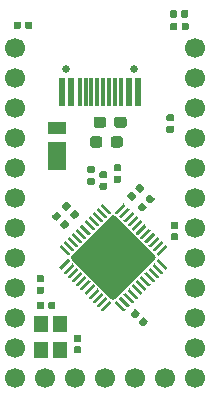
<source format=gbr>
G04 #@! TF.GenerationSoftware,KiCad,Pcbnew,5.1.5+dfsg1-2build2*
G04 #@! TF.CreationDate,2020-11-29T01:09:51-05:00*
G04 #@! TF.ProjectId,goldfish,676f6c64-6669-4736-982e-6b696361645f,rev?*
G04 #@! TF.SameCoordinates,Original*
G04 #@! TF.FileFunction,Soldermask,Top*
G04 #@! TF.FilePolarity,Negative*
%FSLAX46Y46*%
G04 Gerber Fmt 4.6, Leading zero omitted, Abs format (unit mm)*
G04 Created by KiCad (PCBNEW 5.1.5+dfsg1-2build2) date 2020-11-29 01:09:51*
%MOMM*%
%LPD*%
G04 APERTURE LIST*
%ADD10C,1.700000*%
%ADD11R,1.150000X1.400000*%
%ADD12R,1.500000X1.050000*%
%ADD13R,1.500000X2.400000*%
%ADD14R,0.600000X2.450000*%
%ADD15R,0.300000X2.450000*%
%ADD16C,0.650000*%
%ADD17C,0.100000*%
G04 APERTURE END LIST*
D10*
X37620000Y-55240000D03*
X37620000Y-52700000D03*
X37620000Y-50160000D03*
X37620000Y-47620000D03*
X37620000Y-45080000D03*
X37620000Y-42540000D03*
X37620000Y-40000000D03*
X37620000Y-37460000D03*
X37620000Y-34920000D03*
X37620000Y-32380000D03*
X37620000Y-29840000D03*
X37620000Y-27300000D03*
D11*
X24570000Y-52850000D03*
X24570000Y-50650000D03*
X26170000Y-50650000D03*
X26170000Y-52850000D03*
D12*
X25970000Y-34015000D03*
D13*
X25970000Y-36390000D03*
D14*
X26375000Y-30955000D03*
X32825000Y-30955000D03*
X27150000Y-30955000D03*
X32050000Y-30955000D03*
D15*
X31350000Y-30955000D03*
X27850000Y-30955000D03*
X30850000Y-30955000D03*
X28350000Y-30955000D03*
X30350000Y-30955000D03*
X28850000Y-30955000D03*
X29350000Y-30955000D03*
X29850000Y-30955000D03*
D16*
X26710000Y-29010000D03*
X32490000Y-29010000D03*
D17*
G36*
X29550779Y-34746144D02*
G01*
X29573834Y-34749563D01*
X29596443Y-34755227D01*
X29618387Y-34763079D01*
X29639457Y-34773044D01*
X29659448Y-34785026D01*
X29678168Y-34798910D01*
X29695438Y-34814562D01*
X29711090Y-34831832D01*
X29724974Y-34850552D01*
X29736956Y-34870543D01*
X29746921Y-34891613D01*
X29754773Y-34913557D01*
X29760437Y-34936166D01*
X29763856Y-34959221D01*
X29765000Y-34982500D01*
X29765000Y-35457500D01*
X29763856Y-35480779D01*
X29760437Y-35503834D01*
X29754773Y-35526443D01*
X29746921Y-35548387D01*
X29736956Y-35569457D01*
X29724974Y-35589448D01*
X29711090Y-35608168D01*
X29695438Y-35625438D01*
X29678168Y-35641090D01*
X29659448Y-35654974D01*
X29639457Y-35666956D01*
X29618387Y-35676921D01*
X29596443Y-35684773D01*
X29573834Y-35690437D01*
X29550779Y-35693856D01*
X29527500Y-35695000D01*
X28952500Y-35695000D01*
X28929221Y-35693856D01*
X28906166Y-35690437D01*
X28883557Y-35684773D01*
X28861613Y-35676921D01*
X28840543Y-35666956D01*
X28820552Y-35654974D01*
X28801832Y-35641090D01*
X28784562Y-35625438D01*
X28768910Y-35608168D01*
X28755026Y-35589448D01*
X28743044Y-35569457D01*
X28733079Y-35548387D01*
X28725227Y-35526443D01*
X28719563Y-35503834D01*
X28716144Y-35480779D01*
X28715000Y-35457500D01*
X28715000Y-34982500D01*
X28716144Y-34959221D01*
X28719563Y-34936166D01*
X28725227Y-34913557D01*
X28733079Y-34891613D01*
X28743044Y-34870543D01*
X28755026Y-34850552D01*
X28768910Y-34831832D01*
X28784562Y-34814562D01*
X28801832Y-34798910D01*
X28820552Y-34785026D01*
X28840543Y-34773044D01*
X28861613Y-34763079D01*
X28883557Y-34755227D01*
X28906166Y-34749563D01*
X28929221Y-34746144D01*
X28952500Y-34745000D01*
X29527500Y-34745000D01*
X29550779Y-34746144D01*
G37*
G36*
X31300779Y-34746144D02*
G01*
X31323834Y-34749563D01*
X31346443Y-34755227D01*
X31368387Y-34763079D01*
X31389457Y-34773044D01*
X31409448Y-34785026D01*
X31428168Y-34798910D01*
X31445438Y-34814562D01*
X31461090Y-34831832D01*
X31474974Y-34850552D01*
X31486956Y-34870543D01*
X31496921Y-34891613D01*
X31504773Y-34913557D01*
X31510437Y-34936166D01*
X31513856Y-34959221D01*
X31515000Y-34982500D01*
X31515000Y-35457500D01*
X31513856Y-35480779D01*
X31510437Y-35503834D01*
X31504773Y-35526443D01*
X31496921Y-35548387D01*
X31486956Y-35569457D01*
X31474974Y-35589448D01*
X31461090Y-35608168D01*
X31445438Y-35625438D01*
X31428168Y-35641090D01*
X31409448Y-35654974D01*
X31389457Y-35666956D01*
X31368387Y-35676921D01*
X31346443Y-35684773D01*
X31323834Y-35690437D01*
X31300779Y-35693856D01*
X31277500Y-35695000D01*
X30702500Y-35695000D01*
X30679221Y-35693856D01*
X30656166Y-35690437D01*
X30633557Y-35684773D01*
X30611613Y-35676921D01*
X30590543Y-35666956D01*
X30570552Y-35654974D01*
X30551832Y-35641090D01*
X30534562Y-35625438D01*
X30518910Y-35608168D01*
X30505026Y-35589448D01*
X30493044Y-35569457D01*
X30483079Y-35548387D01*
X30475227Y-35526443D01*
X30469563Y-35503834D01*
X30466144Y-35480779D01*
X30465000Y-35457500D01*
X30465000Y-34982500D01*
X30466144Y-34959221D01*
X30469563Y-34936166D01*
X30475227Y-34913557D01*
X30483079Y-34891613D01*
X30493044Y-34870543D01*
X30505026Y-34850552D01*
X30518910Y-34831832D01*
X30534562Y-34814562D01*
X30551832Y-34798910D01*
X30570552Y-34785026D01*
X30590543Y-34773044D01*
X30611613Y-34763079D01*
X30633557Y-34755227D01*
X30656166Y-34749563D01*
X30679221Y-34746144D01*
X30702500Y-34745000D01*
X31277500Y-34745000D01*
X31300779Y-34746144D01*
G37*
G36*
X31610779Y-33076144D02*
G01*
X31633834Y-33079563D01*
X31656443Y-33085227D01*
X31678387Y-33093079D01*
X31699457Y-33103044D01*
X31719448Y-33115026D01*
X31738168Y-33128910D01*
X31755438Y-33144562D01*
X31771090Y-33161832D01*
X31784974Y-33180552D01*
X31796956Y-33200543D01*
X31806921Y-33221613D01*
X31814773Y-33243557D01*
X31820437Y-33266166D01*
X31823856Y-33289221D01*
X31825000Y-33312500D01*
X31825000Y-33787500D01*
X31823856Y-33810779D01*
X31820437Y-33833834D01*
X31814773Y-33856443D01*
X31806921Y-33878387D01*
X31796956Y-33899457D01*
X31784974Y-33919448D01*
X31771090Y-33938168D01*
X31755438Y-33955438D01*
X31738168Y-33971090D01*
X31719448Y-33984974D01*
X31699457Y-33996956D01*
X31678387Y-34006921D01*
X31656443Y-34014773D01*
X31633834Y-34020437D01*
X31610779Y-34023856D01*
X31587500Y-34025000D01*
X31012500Y-34025000D01*
X30989221Y-34023856D01*
X30966166Y-34020437D01*
X30943557Y-34014773D01*
X30921613Y-34006921D01*
X30900543Y-33996956D01*
X30880552Y-33984974D01*
X30861832Y-33971090D01*
X30844562Y-33955438D01*
X30828910Y-33938168D01*
X30815026Y-33919448D01*
X30803044Y-33899457D01*
X30793079Y-33878387D01*
X30785227Y-33856443D01*
X30779563Y-33833834D01*
X30776144Y-33810779D01*
X30775000Y-33787500D01*
X30775000Y-33312500D01*
X30776144Y-33289221D01*
X30779563Y-33266166D01*
X30785227Y-33243557D01*
X30793079Y-33221613D01*
X30803044Y-33200543D01*
X30815026Y-33180552D01*
X30828910Y-33161832D01*
X30844562Y-33144562D01*
X30861832Y-33128910D01*
X30880552Y-33115026D01*
X30900543Y-33103044D01*
X30921613Y-33093079D01*
X30943557Y-33085227D01*
X30966166Y-33079563D01*
X30989221Y-33076144D01*
X31012500Y-33075000D01*
X31587500Y-33075000D01*
X31610779Y-33076144D01*
G37*
G36*
X29860779Y-33076144D02*
G01*
X29883834Y-33079563D01*
X29906443Y-33085227D01*
X29928387Y-33093079D01*
X29949457Y-33103044D01*
X29969448Y-33115026D01*
X29988168Y-33128910D01*
X30005438Y-33144562D01*
X30021090Y-33161832D01*
X30034974Y-33180552D01*
X30046956Y-33200543D01*
X30056921Y-33221613D01*
X30064773Y-33243557D01*
X30070437Y-33266166D01*
X30073856Y-33289221D01*
X30075000Y-33312500D01*
X30075000Y-33787500D01*
X30073856Y-33810779D01*
X30070437Y-33833834D01*
X30064773Y-33856443D01*
X30056921Y-33878387D01*
X30046956Y-33899457D01*
X30034974Y-33919448D01*
X30021090Y-33938168D01*
X30005438Y-33955438D01*
X29988168Y-33971090D01*
X29969448Y-33984974D01*
X29949457Y-33996956D01*
X29928387Y-34006921D01*
X29906443Y-34014773D01*
X29883834Y-34020437D01*
X29860779Y-34023856D01*
X29837500Y-34025000D01*
X29262500Y-34025000D01*
X29239221Y-34023856D01*
X29216166Y-34020437D01*
X29193557Y-34014773D01*
X29171613Y-34006921D01*
X29150543Y-33996956D01*
X29130552Y-33984974D01*
X29111832Y-33971090D01*
X29094562Y-33955438D01*
X29078910Y-33938168D01*
X29065026Y-33919448D01*
X29053044Y-33899457D01*
X29043079Y-33878387D01*
X29035227Y-33856443D01*
X29029563Y-33833834D01*
X29026144Y-33810779D01*
X29025000Y-33787500D01*
X29025000Y-33312500D01*
X29026144Y-33289221D01*
X29029563Y-33266166D01*
X29035227Y-33243557D01*
X29043079Y-33221613D01*
X29053044Y-33200543D01*
X29065026Y-33180552D01*
X29078910Y-33161832D01*
X29094562Y-33144562D01*
X29111832Y-33128910D01*
X29130552Y-33115026D01*
X29150543Y-33103044D01*
X29171613Y-33093079D01*
X29193557Y-33085227D01*
X29216166Y-33079563D01*
X29239221Y-33076144D01*
X29262500Y-33075000D01*
X29837500Y-33075000D01*
X29860779Y-33076144D01*
G37*
D10*
X22380000Y-27300000D03*
X22380000Y-29840000D03*
X22380000Y-32380000D03*
X22380000Y-34920000D03*
X22380000Y-37460000D03*
X22380000Y-40000000D03*
X22380000Y-42540000D03*
X22380000Y-45080000D03*
X22380000Y-47620000D03*
X22380000Y-50160000D03*
X22380000Y-52700000D03*
X22380000Y-55240000D03*
D17*
G36*
X35706958Y-33855710D02*
G01*
X35721276Y-33857834D01*
X35735317Y-33861351D01*
X35748946Y-33866228D01*
X35762031Y-33872417D01*
X35774447Y-33879858D01*
X35786073Y-33888481D01*
X35796798Y-33898202D01*
X35806519Y-33908927D01*
X35815142Y-33920553D01*
X35822583Y-33932969D01*
X35828772Y-33946054D01*
X35833649Y-33959683D01*
X35837166Y-33973724D01*
X35839290Y-33988042D01*
X35840000Y-34002500D01*
X35840000Y-34297500D01*
X35839290Y-34311958D01*
X35837166Y-34326276D01*
X35833649Y-34340317D01*
X35828772Y-34353946D01*
X35822583Y-34367031D01*
X35815142Y-34379447D01*
X35806519Y-34391073D01*
X35796798Y-34401798D01*
X35786073Y-34411519D01*
X35774447Y-34420142D01*
X35762031Y-34427583D01*
X35748946Y-34433772D01*
X35735317Y-34438649D01*
X35721276Y-34442166D01*
X35706958Y-34444290D01*
X35692500Y-34445000D01*
X35347500Y-34445000D01*
X35333042Y-34444290D01*
X35318724Y-34442166D01*
X35304683Y-34438649D01*
X35291054Y-34433772D01*
X35277969Y-34427583D01*
X35265553Y-34420142D01*
X35253927Y-34411519D01*
X35243202Y-34401798D01*
X35233481Y-34391073D01*
X35224858Y-34379447D01*
X35217417Y-34367031D01*
X35211228Y-34353946D01*
X35206351Y-34340317D01*
X35202834Y-34326276D01*
X35200710Y-34311958D01*
X35200000Y-34297500D01*
X35200000Y-34002500D01*
X35200710Y-33988042D01*
X35202834Y-33973724D01*
X35206351Y-33959683D01*
X35211228Y-33946054D01*
X35217417Y-33932969D01*
X35224858Y-33920553D01*
X35233481Y-33908927D01*
X35243202Y-33898202D01*
X35253927Y-33888481D01*
X35265553Y-33879858D01*
X35277969Y-33872417D01*
X35291054Y-33866228D01*
X35304683Y-33861351D01*
X35318724Y-33857834D01*
X35333042Y-33855710D01*
X35347500Y-33855000D01*
X35692500Y-33855000D01*
X35706958Y-33855710D01*
G37*
G36*
X35706958Y-32885710D02*
G01*
X35721276Y-32887834D01*
X35735317Y-32891351D01*
X35748946Y-32896228D01*
X35762031Y-32902417D01*
X35774447Y-32909858D01*
X35786073Y-32918481D01*
X35796798Y-32928202D01*
X35806519Y-32938927D01*
X35815142Y-32950553D01*
X35822583Y-32962969D01*
X35828772Y-32976054D01*
X35833649Y-32989683D01*
X35837166Y-33003724D01*
X35839290Y-33018042D01*
X35840000Y-33032500D01*
X35840000Y-33327500D01*
X35839290Y-33341958D01*
X35837166Y-33356276D01*
X35833649Y-33370317D01*
X35828772Y-33383946D01*
X35822583Y-33397031D01*
X35815142Y-33409447D01*
X35806519Y-33421073D01*
X35796798Y-33431798D01*
X35786073Y-33441519D01*
X35774447Y-33450142D01*
X35762031Y-33457583D01*
X35748946Y-33463772D01*
X35735317Y-33468649D01*
X35721276Y-33472166D01*
X35706958Y-33474290D01*
X35692500Y-33475000D01*
X35347500Y-33475000D01*
X35333042Y-33474290D01*
X35318724Y-33472166D01*
X35304683Y-33468649D01*
X35291054Y-33463772D01*
X35277969Y-33457583D01*
X35265553Y-33450142D01*
X35253927Y-33441519D01*
X35243202Y-33431798D01*
X35233481Y-33421073D01*
X35224858Y-33409447D01*
X35217417Y-33397031D01*
X35211228Y-33383946D01*
X35206351Y-33370317D01*
X35202834Y-33356276D01*
X35200710Y-33341958D01*
X35200000Y-33327500D01*
X35200000Y-33032500D01*
X35200710Y-33018042D01*
X35202834Y-33003724D01*
X35206351Y-32989683D01*
X35211228Y-32976054D01*
X35217417Y-32962969D01*
X35224858Y-32950553D01*
X35233481Y-32938927D01*
X35243202Y-32928202D01*
X35253927Y-32918481D01*
X35265553Y-32909858D01*
X35277969Y-32902417D01*
X35291054Y-32896228D01*
X35304683Y-32891351D01*
X35318724Y-32887834D01*
X35333042Y-32885710D01*
X35347500Y-32885000D01*
X35692500Y-32885000D01*
X35706958Y-32885710D01*
G37*
G36*
X31590010Y-40429995D02*
G01*
X31596077Y-40430895D01*
X31602027Y-40432385D01*
X31607802Y-40434452D01*
X31613346Y-40437074D01*
X31618607Y-40440227D01*
X31623534Y-40443881D01*
X31628078Y-40448000D01*
X31716466Y-40536388D01*
X31720585Y-40540932D01*
X31724239Y-40545859D01*
X31727392Y-40551120D01*
X31730014Y-40556664D01*
X31732081Y-40562439D01*
X31733571Y-40568389D01*
X31734471Y-40574456D01*
X31734772Y-40580582D01*
X31734471Y-40586708D01*
X31733571Y-40592775D01*
X31732081Y-40598725D01*
X31730014Y-40604500D01*
X31727392Y-40610044D01*
X31724239Y-40615305D01*
X31720585Y-40620232D01*
X31716466Y-40624776D01*
X31044714Y-41296528D01*
X31040170Y-41300647D01*
X31035243Y-41304301D01*
X31029982Y-41307454D01*
X31024438Y-41310076D01*
X31018663Y-41312143D01*
X31012713Y-41313633D01*
X31006646Y-41314533D01*
X31000520Y-41314834D01*
X30994394Y-41314533D01*
X30988327Y-41313633D01*
X30982377Y-41312143D01*
X30976602Y-41310076D01*
X30971058Y-41307454D01*
X30965797Y-41304301D01*
X30960870Y-41300647D01*
X30956326Y-41296528D01*
X30867938Y-41208140D01*
X30863819Y-41203596D01*
X30860165Y-41198669D01*
X30857012Y-41193408D01*
X30854390Y-41187864D01*
X30852323Y-41182089D01*
X30850833Y-41176139D01*
X30849933Y-41170072D01*
X30849632Y-41163946D01*
X30849933Y-41157820D01*
X30850833Y-41151753D01*
X30852323Y-41145803D01*
X30854390Y-41140028D01*
X30857012Y-41134484D01*
X30860165Y-41129223D01*
X30863819Y-41124296D01*
X30867938Y-41119752D01*
X31539690Y-40448000D01*
X31544234Y-40443881D01*
X31549161Y-40440227D01*
X31554422Y-40437074D01*
X31559966Y-40434452D01*
X31565741Y-40432385D01*
X31571691Y-40430895D01*
X31577758Y-40429995D01*
X31583884Y-40429694D01*
X31590010Y-40429995D01*
G37*
G36*
X31943563Y-40783549D02*
G01*
X31949630Y-40784449D01*
X31955580Y-40785939D01*
X31961355Y-40788006D01*
X31966899Y-40790628D01*
X31972160Y-40793781D01*
X31977087Y-40797435D01*
X31981631Y-40801554D01*
X32070019Y-40889942D01*
X32074138Y-40894486D01*
X32077792Y-40899413D01*
X32080945Y-40904674D01*
X32083567Y-40910218D01*
X32085634Y-40915993D01*
X32087124Y-40921943D01*
X32088024Y-40928010D01*
X32088325Y-40934136D01*
X32088024Y-40940262D01*
X32087124Y-40946329D01*
X32085634Y-40952279D01*
X32083567Y-40958054D01*
X32080945Y-40963598D01*
X32077792Y-40968859D01*
X32074138Y-40973786D01*
X32070019Y-40978330D01*
X31398267Y-41650082D01*
X31393723Y-41654201D01*
X31388796Y-41657855D01*
X31383535Y-41661008D01*
X31377991Y-41663630D01*
X31372216Y-41665697D01*
X31366266Y-41667187D01*
X31360199Y-41668087D01*
X31354073Y-41668388D01*
X31347947Y-41668087D01*
X31341880Y-41667187D01*
X31335930Y-41665697D01*
X31330155Y-41663630D01*
X31324611Y-41661008D01*
X31319350Y-41657855D01*
X31314423Y-41654201D01*
X31309879Y-41650082D01*
X31221491Y-41561694D01*
X31217372Y-41557150D01*
X31213718Y-41552223D01*
X31210565Y-41546962D01*
X31207943Y-41541418D01*
X31205876Y-41535643D01*
X31204386Y-41529693D01*
X31203486Y-41523626D01*
X31203185Y-41517500D01*
X31203486Y-41511374D01*
X31204386Y-41505307D01*
X31205876Y-41499357D01*
X31207943Y-41493582D01*
X31210565Y-41488038D01*
X31213718Y-41482777D01*
X31217372Y-41477850D01*
X31221491Y-41473306D01*
X31893243Y-40801554D01*
X31897787Y-40797435D01*
X31902714Y-40793781D01*
X31907975Y-40790628D01*
X31913519Y-40788006D01*
X31919294Y-40785939D01*
X31925244Y-40784449D01*
X31931311Y-40783549D01*
X31937437Y-40783248D01*
X31943563Y-40783549D01*
G37*
G36*
X32297117Y-41137102D02*
G01*
X32303184Y-41138002D01*
X32309134Y-41139492D01*
X32314909Y-41141559D01*
X32320453Y-41144181D01*
X32325714Y-41147334D01*
X32330641Y-41150988D01*
X32335185Y-41155107D01*
X32423573Y-41243495D01*
X32427692Y-41248039D01*
X32431346Y-41252966D01*
X32434499Y-41258227D01*
X32437121Y-41263771D01*
X32439188Y-41269546D01*
X32440678Y-41275496D01*
X32441578Y-41281563D01*
X32441879Y-41287689D01*
X32441578Y-41293815D01*
X32440678Y-41299882D01*
X32439188Y-41305832D01*
X32437121Y-41311607D01*
X32434499Y-41317151D01*
X32431346Y-41322412D01*
X32427692Y-41327339D01*
X32423573Y-41331883D01*
X31751821Y-42003635D01*
X31747277Y-42007754D01*
X31742350Y-42011408D01*
X31737089Y-42014561D01*
X31731545Y-42017183D01*
X31725770Y-42019250D01*
X31719820Y-42020740D01*
X31713753Y-42021640D01*
X31707627Y-42021941D01*
X31701501Y-42021640D01*
X31695434Y-42020740D01*
X31689484Y-42019250D01*
X31683709Y-42017183D01*
X31678165Y-42014561D01*
X31672904Y-42011408D01*
X31667977Y-42007754D01*
X31663433Y-42003635D01*
X31575045Y-41915247D01*
X31570926Y-41910703D01*
X31567272Y-41905776D01*
X31564119Y-41900515D01*
X31561497Y-41894971D01*
X31559430Y-41889196D01*
X31557940Y-41883246D01*
X31557040Y-41877179D01*
X31556739Y-41871053D01*
X31557040Y-41864927D01*
X31557940Y-41858860D01*
X31559430Y-41852910D01*
X31561497Y-41847135D01*
X31564119Y-41841591D01*
X31567272Y-41836330D01*
X31570926Y-41831403D01*
X31575045Y-41826859D01*
X32246797Y-41155107D01*
X32251341Y-41150988D01*
X32256268Y-41147334D01*
X32261529Y-41144181D01*
X32267073Y-41141559D01*
X32272848Y-41139492D01*
X32278798Y-41138002D01*
X32284865Y-41137102D01*
X32290991Y-41136801D01*
X32297117Y-41137102D01*
G37*
G36*
X32650670Y-41490655D02*
G01*
X32656737Y-41491555D01*
X32662687Y-41493045D01*
X32668462Y-41495112D01*
X32674006Y-41497734D01*
X32679267Y-41500887D01*
X32684194Y-41504541D01*
X32688738Y-41508660D01*
X32777126Y-41597048D01*
X32781245Y-41601592D01*
X32784899Y-41606519D01*
X32788052Y-41611780D01*
X32790674Y-41617324D01*
X32792741Y-41623099D01*
X32794231Y-41629049D01*
X32795131Y-41635116D01*
X32795432Y-41641242D01*
X32795131Y-41647368D01*
X32794231Y-41653435D01*
X32792741Y-41659385D01*
X32790674Y-41665160D01*
X32788052Y-41670704D01*
X32784899Y-41675965D01*
X32781245Y-41680892D01*
X32777126Y-41685436D01*
X32105374Y-42357188D01*
X32100830Y-42361307D01*
X32095903Y-42364961D01*
X32090642Y-42368114D01*
X32085098Y-42370736D01*
X32079323Y-42372803D01*
X32073373Y-42374293D01*
X32067306Y-42375193D01*
X32061180Y-42375494D01*
X32055054Y-42375193D01*
X32048987Y-42374293D01*
X32043037Y-42372803D01*
X32037262Y-42370736D01*
X32031718Y-42368114D01*
X32026457Y-42364961D01*
X32021530Y-42361307D01*
X32016986Y-42357188D01*
X31928598Y-42268800D01*
X31924479Y-42264256D01*
X31920825Y-42259329D01*
X31917672Y-42254068D01*
X31915050Y-42248524D01*
X31912983Y-42242749D01*
X31911493Y-42236799D01*
X31910593Y-42230732D01*
X31910292Y-42224606D01*
X31910593Y-42218480D01*
X31911493Y-42212413D01*
X31912983Y-42206463D01*
X31915050Y-42200688D01*
X31917672Y-42195144D01*
X31920825Y-42189883D01*
X31924479Y-42184956D01*
X31928598Y-42180412D01*
X32600350Y-41508660D01*
X32604894Y-41504541D01*
X32609821Y-41500887D01*
X32615082Y-41497734D01*
X32620626Y-41495112D01*
X32626401Y-41493045D01*
X32632351Y-41491555D01*
X32638418Y-41490655D01*
X32644544Y-41490354D01*
X32650670Y-41490655D01*
G37*
G36*
X33004223Y-41844209D02*
G01*
X33010290Y-41845109D01*
X33016240Y-41846599D01*
X33022015Y-41848666D01*
X33027559Y-41851288D01*
X33032820Y-41854441D01*
X33037747Y-41858095D01*
X33042291Y-41862214D01*
X33130679Y-41950602D01*
X33134798Y-41955146D01*
X33138452Y-41960073D01*
X33141605Y-41965334D01*
X33144227Y-41970878D01*
X33146294Y-41976653D01*
X33147784Y-41982603D01*
X33148684Y-41988670D01*
X33148985Y-41994796D01*
X33148684Y-42000922D01*
X33147784Y-42006989D01*
X33146294Y-42012939D01*
X33144227Y-42018714D01*
X33141605Y-42024258D01*
X33138452Y-42029519D01*
X33134798Y-42034446D01*
X33130679Y-42038990D01*
X32458927Y-42710742D01*
X32454383Y-42714861D01*
X32449456Y-42718515D01*
X32444195Y-42721668D01*
X32438651Y-42724290D01*
X32432876Y-42726357D01*
X32426926Y-42727847D01*
X32420859Y-42728747D01*
X32414733Y-42729048D01*
X32408607Y-42728747D01*
X32402540Y-42727847D01*
X32396590Y-42726357D01*
X32390815Y-42724290D01*
X32385271Y-42721668D01*
X32380010Y-42718515D01*
X32375083Y-42714861D01*
X32370539Y-42710742D01*
X32282151Y-42622354D01*
X32278032Y-42617810D01*
X32274378Y-42612883D01*
X32271225Y-42607622D01*
X32268603Y-42602078D01*
X32266536Y-42596303D01*
X32265046Y-42590353D01*
X32264146Y-42584286D01*
X32263845Y-42578160D01*
X32264146Y-42572034D01*
X32265046Y-42565967D01*
X32266536Y-42560017D01*
X32268603Y-42554242D01*
X32271225Y-42548698D01*
X32274378Y-42543437D01*
X32278032Y-42538510D01*
X32282151Y-42533966D01*
X32953903Y-41862214D01*
X32958447Y-41858095D01*
X32963374Y-41854441D01*
X32968635Y-41851288D01*
X32974179Y-41848666D01*
X32979954Y-41846599D01*
X32985904Y-41845109D01*
X32991971Y-41844209D01*
X32998097Y-41843908D01*
X33004223Y-41844209D01*
G37*
G36*
X33357777Y-42197762D02*
G01*
X33363844Y-42198662D01*
X33369794Y-42200152D01*
X33375569Y-42202219D01*
X33381113Y-42204841D01*
X33386374Y-42207994D01*
X33391301Y-42211648D01*
X33395845Y-42215767D01*
X33484233Y-42304155D01*
X33488352Y-42308699D01*
X33492006Y-42313626D01*
X33495159Y-42318887D01*
X33497781Y-42324431D01*
X33499848Y-42330206D01*
X33501338Y-42336156D01*
X33502238Y-42342223D01*
X33502539Y-42348349D01*
X33502238Y-42354475D01*
X33501338Y-42360542D01*
X33499848Y-42366492D01*
X33497781Y-42372267D01*
X33495159Y-42377811D01*
X33492006Y-42383072D01*
X33488352Y-42387999D01*
X33484233Y-42392543D01*
X32812481Y-43064295D01*
X32807937Y-43068414D01*
X32803010Y-43072068D01*
X32797749Y-43075221D01*
X32792205Y-43077843D01*
X32786430Y-43079910D01*
X32780480Y-43081400D01*
X32774413Y-43082300D01*
X32768287Y-43082601D01*
X32762161Y-43082300D01*
X32756094Y-43081400D01*
X32750144Y-43079910D01*
X32744369Y-43077843D01*
X32738825Y-43075221D01*
X32733564Y-43072068D01*
X32728637Y-43068414D01*
X32724093Y-43064295D01*
X32635705Y-42975907D01*
X32631586Y-42971363D01*
X32627932Y-42966436D01*
X32624779Y-42961175D01*
X32622157Y-42955631D01*
X32620090Y-42949856D01*
X32618600Y-42943906D01*
X32617700Y-42937839D01*
X32617399Y-42931713D01*
X32617700Y-42925587D01*
X32618600Y-42919520D01*
X32620090Y-42913570D01*
X32622157Y-42907795D01*
X32624779Y-42902251D01*
X32627932Y-42896990D01*
X32631586Y-42892063D01*
X32635705Y-42887519D01*
X33307457Y-42215767D01*
X33312001Y-42211648D01*
X33316928Y-42207994D01*
X33322189Y-42204841D01*
X33327733Y-42202219D01*
X33333508Y-42200152D01*
X33339458Y-42198662D01*
X33345525Y-42197762D01*
X33351651Y-42197461D01*
X33357777Y-42197762D01*
G37*
G36*
X33711330Y-42551316D02*
G01*
X33717397Y-42552216D01*
X33723347Y-42553706D01*
X33729122Y-42555773D01*
X33734666Y-42558395D01*
X33739927Y-42561548D01*
X33744854Y-42565202D01*
X33749398Y-42569321D01*
X33837786Y-42657709D01*
X33841905Y-42662253D01*
X33845559Y-42667180D01*
X33848712Y-42672441D01*
X33851334Y-42677985D01*
X33853401Y-42683760D01*
X33854891Y-42689710D01*
X33855791Y-42695777D01*
X33856092Y-42701903D01*
X33855791Y-42708029D01*
X33854891Y-42714096D01*
X33853401Y-42720046D01*
X33851334Y-42725821D01*
X33848712Y-42731365D01*
X33845559Y-42736626D01*
X33841905Y-42741553D01*
X33837786Y-42746097D01*
X33166034Y-43417849D01*
X33161490Y-43421968D01*
X33156563Y-43425622D01*
X33151302Y-43428775D01*
X33145758Y-43431397D01*
X33139983Y-43433464D01*
X33134033Y-43434954D01*
X33127966Y-43435854D01*
X33121840Y-43436155D01*
X33115714Y-43435854D01*
X33109647Y-43434954D01*
X33103697Y-43433464D01*
X33097922Y-43431397D01*
X33092378Y-43428775D01*
X33087117Y-43425622D01*
X33082190Y-43421968D01*
X33077646Y-43417849D01*
X32989258Y-43329461D01*
X32985139Y-43324917D01*
X32981485Y-43319990D01*
X32978332Y-43314729D01*
X32975710Y-43309185D01*
X32973643Y-43303410D01*
X32972153Y-43297460D01*
X32971253Y-43291393D01*
X32970952Y-43285267D01*
X32971253Y-43279141D01*
X32972153Y-43273074D01*
X32973643Y-43267124D01*
X32975710Y-43261349D01*
X32978332Y-43255805D01*
X32981485Y-43250544D01*
X32985139Y-43245617D01*
X32989258Y-43241073D01*
X33661010Y-42569321D01*
X33665554Y-42565202D01*
X33670481Y-42561548D01*
X33675742Y-42558395D01*
X33681286Y-42555773D01*
X33687061Y-42553706D01*
X33693011Y-42552216D01*
X33699078Y-42551316D01*
X33705204Y-42551015D01*
X33711330Y-42551316D01*
G37*
G36*
X34064884Y-42904869D02*
G01*
X34070951Y-42905769D01*
X34076901Y-42907259D01*
X34082676Y-42909326D01*
X34088220Y-42911948D01*
X34093481Y-42915101D01*
X34098408Y-42918755D01*
X34102952Y-42922874D01*
X34191340Y-43011262D01*
X34195459Y-43015806D01*
X34199113Y-43020733D01*
X34202266Y-43025994D01*
X34204888Y-43031538D01*
X34206955Y-43037313D01*
X34208445Y-43043263D01*
X34209345Y-43049330D01*
X34209646Y-43055456D01*
X34209345Y-43061582D01*
X34208445Y-43067649D01*
X34206955Y-43073599D01*
X34204888Y-43079374D01*
X34202266Y-43084918D01*
X34199113Y-43090179D01*
X34195459Y-43095106D01*
X34191340Y-43099650D01*
X33519588Y-43771402D01*
X33515044Y-43775521D01*
X33510117Y-43779175D01*
X33504856Y-43782328D01*
X33499312Y-43784950D01*
X33493537Y-43787017D01*
X33487587Y-43788507D01*
X33481520Y-43789407D01*
X33475394Y-43789708D01*
X33469268Y-43789407D01*
X33463201Y-43788507D01*
X33457251Y-43787017D01*
X33451476Y-43784950D01*
X33445932Y-43782328D01*
X33440671Y-43779175D01*
X33435744Y-43775521D01*
X33431200Y-43771402D01*
X33342812Y-43683014D01*
X33338693Y-43678470D01*
X33335039Y-43673543D01*
X33331886Y-43668282D01*
X33329264Y-43662738D01*
X33327197Y-43656963D01*
X33325707Y-43651013D01*
X33324807Y-43644946D01*
X33324506Y-43638820D01*
X33324807Y-43632694D01*
X33325707Y-43626627D01*
X33327197Y-43620677D01*
X33329264Y-43614902D01*
X33331886Y-43609358D01*
X33335039Y-43604097D01*
X33338693Y-43599170D01*
X33342812Y-43594626D01*
X34014564Y-42922874D01*
X34019108Y-42918755D01*
X34024035Y-42915101D01*
X34029296Y-42911948D01*
X34034840Y-42909326D01*
X34040615Y-42907259D01*
X34046565Y-42905769D01*
X34052632Y-42904869D01*
X34058758Y-42904568D01*
X34064884Y-42904869D01*
G37*
G36*
X34418437Y-43258422D02*
G01*
X34424504Y-43259322D01*
X34430454Y-43260812D01*
X34436229Y-43262879D01*
X34441773Y-43265501D01*
X34447034Y-43268654D01*
X34451961Y-43272308D01*
X34456505Y-43276427D01*
X34544893Y-43364815D01*
X34549012Y-43369359D01*
X34552666Y-43374286D01*
X34555819Y-43379547D01*
X34558441Y-43385091D01*
X34560508Y-43390866D01*
X34561998Y-43396816D01*
X34562898Y-43402883D01*
X34563199Y-43409009D01*
X34562898Y-43415135D01*
X34561998Y-43421202D01*
X34560508Y-43427152D01*
X34558441Y-43432927D01*
X34555819Y-43438471D01*
X34552666Y-43443732D01*
X34549012Y-43448659D01*
X34544893Y-43453203D01*
X33873141Y-44124955D01*
X33868597Y-44129074D01*
X33863670Y-44132728D01*
X33858409Y-44135881D01*
X33852865Y-44138503D01*
X33847090Y-44140570D01*
X33841140Y-44142060D01*
X33835073Y-44142960D01*
X33828947Y-44143261D01*
X33822821Y-44142960D01*
X33816754Y-44142060D01*
X33810804Y-44140570D01*
X33805029Y-44138503D01*
X33799485Y-44135881D01*
X33794224Y-44132728D01*
X33789297Y-44129074D01*
X33784753Y-44124955D01*
X33696365Y-44036567D01*
X33692246Y-44032023D01*
X33688592Y-44027096D01*
X33685439Y-44021835D01*
X33682817Y-44016291D01*
X33680750Y-44010516D01*
X33679260Y-44004566D01*
X33678360Y-43998499D01*
X33678059Y-43992373D01*
X33678360Y-43986247D01*
X33679260Y-43980180D01*
X33680750Y-43974230D01*
X33682817Y-43968455D01*
X33685439Y-43962911D01*
X33688592Y-43957650D01*
X33692246Y-43952723D01*
X33696365Y-43948179D01*
X34368117Y-43276427D01*
X34372661Y-43272308D01*
X34377588Y-43268654D01*
X34382849Y-43265501D01*
X34388393Y-43262879D01*
X34394168Y-43260812D01*
X34400118Y-43259322D01*
X34406185Y-43258422D01*
X34412311Y-43258121D01*
X34418437Y-43258422D01*
G37*
G36*
X34771990Y-43611976D02*
G01*
X34778057Y-43612876D01*
X34784007Y-43614366D01*
X34789782Y-43616433D01*
X34795326Y-43619055D01*
X34800587Y-43622208D01*
X34805514Y-43625862D01*
X34810058Y-43629981D01*
X34898446Y-43718369D01*
X34902565Y-43722913D01*
X34906219Y-43727840D01*
X34909372Y-43733101D01*
X34911994Y-43738645D01*
X34914061Y-43744420D01*
X34915551Y-43750370D01*
X34916451Y-43756437D01*
X34916752Y-43762563D01*
X34916451Y-43768689D01*
X34915551Y-43774756D01*
X34914061Y-43780706D01*
X34911994Y-43786481D01*
X34909372Y-43792025D01*
X34906219Y-43797286D01*
X34902565Y-43802213D01*
X34898446Y-43806757D01*
X34226694Y-44478509D01*
X34222150Y-44482628D01*
X34217223Y-44486282D01*
X34211962Y-44489435D01*
X34206418Y-44492057D01*
X34200643Y-44494124D01*
X34194693Y-44495614D01*
X34188626Y-44496514D01*
X34182500Y-44496815D01*
X34176374Y-44496514D01*
X34170307Y-44495614D01*
X34164357Y-44494124D01*
X34158582Y-44492057D01*
X34153038Y-44489435D01*
X34147777Y-44486282D01*
X34142850Y-44482628D01*
X34138306Y-44478509D01*
X34049918Y-44390121D01*
X34045799Y-44385577D01*
X34042145Y-44380650D01*
X34038992Y-44375389D01*
X34036370Y-44369845D01*
X34034303Y-44364070D01*
X34032813Y-44358120D01*
X34031913Y-44352053D01*
X34031612Y-44345927D01*
X34031913Y-44339801D01*
X34032813Y-44333734D01*
X34034303Y-44327784D01*
X34036370Y-44322009D01*
X34038992Y-44316465D01*
X34042145Y-44311204D01*
X34045799Y-44306277D01*
X34049918Y-44301733D01*
X34721670Y-43629981D01*
X34726214Y-43625862D01*
X34731141Y-43622208D01*
X34736402Y-43619055D01*
X34741946Y-43616433D01*
X34747721Y-43614366D01*
X34753671Y-43612876D01*
X34759738Y-43611976D01*
X34765864Y-43611675D01*
X34771990Y-43611976D01*
G37*
G36*
X35125544Y-43965529D02*
G01*
X35131611Y-43966429D01*
X35137561Y-43967919D01*
X35143336Y-43969986D01*
X35148880Y-43972608D01*
X35154141Y-43975761D01*
X35159068Y-43979415D01*
X35163612Y-43983534D01*
X35252000Y-44071922D01*
X35256119Y-44076466D01*
X35259773Y-44081393D01*
X35262926Y-44086654D01*
X35265548Y-44092198D01*
X35267615Y-44097973D01*
X35269105Y-44103923D01*
X35270005Y-44109990D01*
X35270306Y-44116116D01*
X35270005Y-44122242D01*
X35269105Y-44128309D01*
X35267615Y-44134259D01*
X35265548Y-44140034D01*
X35262926Y-44145578D01*
X35259773Y-44150839D01*
X35256119Y-44155766D01*
X35252000Y-44160310D01*
X34580248Y-44832062D01*
X34575704Y-44836181D01*
X34570777Y-44839835D01*
X34565516Y-44842988D01*
X34559972Y-44845610D01*
X34554197Y-44847677D01*
X34548247Y-44849167D01*
X34542180Y-44850067D01*
X34536054Y-44850368D01*
X34529928Y-44850067D01*
X34523861Y-44849167D01*
X34517911Y-44847677D01*
X34512136Y-44845610D01*
X34506592Y-44842988D01*
X34501331Y-44839835D01*
X34496404Y-44836181D01*
X34491860Y-44832062D01*
X34403472Y-44743674D01*
X34399353Y-44739130D01*
X34395699Y-44734203D01*
X34392546Y-44728942D01*
X34389924Y-44723398D01*
X34387857Y-44717623D01*
X34386367Y-44711673D01*
X34385467Y-44705606D01*
X34385166Y-44699480D01*
X34385467Y-44693354D01*
X34386367Y-44687287D01*
X34387857Y-44681337D01*
X34389924Y-44675562D01*
X34392546Y-44670018D01*
X34395699Y-44664757D01*
X34399353Y-44659830D01*
X34403472Y-44655286D01*
X35075224Y-43983534D01*
X35079768Y-43979415D01*
X35084695Y-43975761D01*
X35089956Y-43972608D01*
X35095500Y-43969986D01*
X35101275Y-43967919D01*
X35107225Y-43966429D01*
X35113292Y-43965529D01*
X35119418Y-43965228D01*
X35125544Y-43965529D01*
G37*
G36*
X34542180Y-45149933D02*
G01*
X34548247Y-45150833D01*
X34554197Y-45152323D01*
X34559972Y-45154390D01*
X34565516Y-45157012D01*
X34570777Y-45160165D01*
X34575704Y-45163819D01*
X34580248Y-45167938D01*
X35252000Y-45839690D01*
X35256119Y-45844234D01*
X35259773Y-45849161D01*
X35262926Y-45854422D01*
X35265548Y-45859966D01*
X35267615Y-45865741D01*
X35269105Y-45871691D01*
X35270005Y-45877758D01*
X35270306Y-45883884D01*
X35270005Y-45890010D01*
X35269105Y-45896077D01*
X35267615Y-45902027D01*
X35265548Y-45907802D01*
X35262926Y-45913346D01*
X35259773Y-45918607D01*
X35256119Y-45923534D01*
X35252000Y-45928078D01*
X35163612Y-46016466D01*
X35159068Y-46020585D01*
X35154141Y-46024239D01*
X35148880Y-46027392D01*
X35143336Y-46030014D01*
X35137561Y-46032081D01*
X35131611Y-46033571D01*
X35125544Y-46034471D01*
X35119418Y-46034772D01*
X35113292Y-46034471D01*
X35107225Y-46033571D01*
X35101275Y-46032081D01*
X35095500Y-46030014D01*
X35089956Y-46027392D01*
X35084695Y-46024239D01*
X35079768Y-46020585D01*
X35075224Y-46016466D01*
X34403472Y-45344714D01*
X34399353Y-45340170D01*
X34395699Y-45335243D01*
X34392546Y-45329982D01*
X34389924Y-45324438D01*
X34387857Y-45318663D01*
X34386367Y-45312713D01*
X34385467Y-45306646D01*
X34385166Y-45300520D01*
X34385467Y-45294394D01*
X34386367Y-45288327D01*
X34387857Y-45282377D01*
X34389924Y-45276602D01*
X34392546Y-45271058D01*
X34395699Y-45265797D01*
X34399353Y-45260870D01*
X34403472Y-45256326D01*
X34491860Y-45167938D01*
X34496404Y-45163819D01*
X34501331Y-45160165D01*
X34506592Y-45157012D01*
X34512136Y-45154390D01*
X34517911Y-45152323D01*
X34523861Y-45150833D01*
X34529928Y-45149933D01*
X34536054Y-45149632D01*
X34542180Y-45149933D01*
G37*
G36*
X34188626Y-45503486D02*
G01*
X34194693Y-45504386D01*
X34200643Y-45505876D01*
X34206418Y-45507943D01*
X34211962Y-45510565D01*
X34217223Y-45513718D01*
X34222150Y-45517372D01*
X34226694Y-45521491D01*
X34898446Y-46193243D01*
X34902565Y-46197787D01*
X34906219Y-46202714D01*
X34909372Y-46207975D01*
X34911994Y-46213519D01*
X34914061Y-46219294D01*
X34915551Y-46225244D01*
X34916451Y-46231311D01*
X34916752Y-46237437D01*
X34916451Y-46243563D01*
X34915551Y-46249630D01*
X34914061Y-46255580D01*
X34911994Y-46261355D01*
X34909372Y-46266899D01*
X34906219Y-46272160D01*
X34902565Y-46277087D01*
X34898446Y-46281631D01*
X34810058Y-46370019D01*
X34805514Y-46374138D01*
X34800587Y-46377792D01*
X34795326Y-46380945D01*
X34789782Y-46383567D01*
X34784007Y-46385634D01*
X34778057Y-46387124D01*
X34771990Y-46388024D01*
X34765864Y-46388325D01*
X34759738Y-46388024D01*
X34753671Y-46387124D01*
X34747721Y-46385634D01*
X34741946Y-46383567D01*
X34736402Y-46380945D01*
X34731141Y-46377792D01*
X34726214Y-46374138D01*
X34721670Y-46370019D01*
X34049918Y-45698267D01*
X34045799Y-45693723D01*
X34042145Y-45688796D01*
X34038992Y-45683535D01*
X34036370Y-45677991D01*
X34034303Y-45672216D01*
X34032813Y-45666266D01*
X34031913Y-45660199D01*
X34031612Y-45654073D01*
X34031913Y-45647947D01*
X34032813Y-45641880D01*
X34034303Y-45635930D01*
X34036370Y-45630155D01*
X34038992Y-45624611D01*
X34042145Y-45619350D01*
X34045799Y-45614423D01*
X34049918Y-45609879D01*
X34138306Y-45521491D01*
X34142850Y-45517372D01*
X34147777Y-45513718D01*
X34153038Y-45510565D01*
X34158582Y-45507943D01*
X34164357Y-45505876D01*
X34170307Y-45504386D01*
X34176374Y-45503486D01*
X34182500Y-45503185D01*
X34188626Y-45503486D01*
G37*
G36*
X33835073Y-45857040D02*
G01*
X33841140Y-45857940D01*
X33847090Y-45859430D01*
X33852865Y-45861497D01*
X33858409Y-45864119D01*
X33863670Y-45867272D01*
X33868597Y-45870926D01*
X33873141Y-45875045D01*
X34544893Y-46546797D01*
X34549012Y-46551341D01*
X34552666Y-46556268D01*
X34555819Y-46561529D01*
X34558441Y-46567073D01*
X34560508Y-46572848D01*
X34561998Y-46578798D01*
X34562898Y-46584865D01*
X34563199Y-46590991D01*
X34562898Y-46597117D01*
X34561998Y-46603184D01*
X34560508Y-46609134D01*
X34558441Y-46614909D01*
X34555819Y-46620453D01*
X34552666Y-46625714D01*
X34549012Y-46630641D01*
X34544893Y-46635185D01*
X34456505Y-46723573D01*
X34451961Y-46727692D01*
X34447034Y-46731346D01*
X34441773Y-46734499D01*
X34436229Y-46737121D01*
X34430454Y-46739188D01*
X34424504Y-46740678D01*
X34418437Y-46741578D01*
X34412311Y-46741879D01*
X34406185Y-46741578D01*
X34400118Y-46740678D01*
X34394168Y-46739188D01*
X34388393Y-46737121D01*
X34382849Y-46734499D01*
X34377588Y-46731346D01*
X34372661Y-46727692D01*
X34368117Y-46723573D01*
X33696365Y-46051821D01*
X33692246Y-46047277D01*
X33688592Y-46042350D01*
X33685439Y-46037089D01*
X33682817Y-46031545D01*
X33680750Y-46025770D01*
X33679260Y-46019820D01*
X33678360Y-46013753D01*
X33678059Y-46007627D01*
X33678360Y-46001501D01*
X33679260Y-45995434D01*
X33680750Y-45989484D01*
X33682817Y-45983709D01*
X33685439Y-45978165D01*
X33688592Y-45972904D01*
X33692246Y-45967977D01*
X33696365Y-45963433D01*
X33784753Y-45875045D01*
X33789297Y-45870926D01*
X33794224Y-45867272D01*
X33799485Y-45864119D01*
X33805029Y-45861497D01*
X33810804Y-45859430D01*
X33816754Y-45857940D01*
X33822821Y-45857040D01*
X33828947Y-45856739D01*
X33835073Y-45857040D01*
G37*
G36*
X33481520Y-46210593D02*
G01*
X33487587Y-46211493D01*
X33493537Y-46212983D01*
X33499312Y-46215050D01*
X33504856Y-46217672D01*
X33510117Y-46220825D01*
X33515044Y-46224479D01*
X33519588Y-46228598D01*
X34191340Y-46900350D01*
X34195459Y-46904894D01*
X34199113Y-46909821D01*
X34202266Y-46915082D01*
X34204888Y-46920626D01*
X34206955Y-46926401D01*
X34208445Y-46932351D01*
X34209345Y-46938418D01*
X34209646Y-46944544D01*
X34209345Y-46950670D01*
X34208445Y-46956737D01*
X34206955Y-46962687D01*
X34204888Y-46968462D01*
X34202266Y-46974006D01*
X34199113Y-46979267D01*
X34195459Y-46984194D01*
X34191340Y-46988738D01*
X34102952Y-47077126D01*
X34098408Y-47081245D01*
X34093481Y-47084899D01*
X34088220Y-47088052D01*
X34082676Y-47090674D01*
X34076901Y-47092741D01*
X34070951Y-47094231D01*
X34064884Y-47095131D01*
X34058758Y-47095432D01*
X34052632Y-47095131D01*
X34046565Y-47094231D01*
X34040615Y-47092741D01*
X34034840Y-47090674D01*
X34029296Y-47088052D01*
X34024035Y-47084899D01*
X34019108Y-47081245D01*
X34014564Y-47077126D01*
X33342812Y-46405374D01*
X33338693Y-46400830D01*
X33335039Y-46395903D01*
X33331886Y-46390642D01*
X33329264Y-46385098D01*
X33327197Y-46379323D01*
X33325707Y-46373373D01*
X33324807Y-46367306D01*
X33324506Y-46361180D01*
X33324807Y-46355054D01*
X33325707Y-46348987D01*
X33327197Y-46343037D01*
X33329264Y-46337262D01*
X33331886Y-46331718D01*
X33335039Y-46326457D01*
X33338693Y-46321530D01*
X33342812Y-46316986D01*
X33431200Y-46228598D01*
X33435744Y-46224479D01*
X33440671Y-46220825D01*
X33445932Y-46217672D01*
X33451476Y-46215050D01*
X33457251Y-46212983D01*
X33463201Y-46211493D01*
X33469268Y-46210593D01*
X33475394Y-46210292D01*
X33481520Y-46210593D01*
G37*
G36*
X33127966Y-46564146D02*
G01*
X33134033Y-46565046D01*
X33139983Y-46566536D01*
X33145758Y-46568603D01*
X33151302Y-46571225D01*
X33156563Y-46574378D01*
X33161490Y-46578032D01*
X33166034Y-46582151D01*
X33837786Y-47253903D01*
X33841905Y-47258447D01*
X33845559Y-47263374D01*
X33848712Y-47268635D01*
X33851334Y-47274179D01*
X33853401Y-47279954D01*
X33854891Y-47285904D01*
X33855791Y-47291971D01*
X33856092Y-47298097D01*
X33855791Y-47304223D01*
X33854891Y-47310290D01*
X33853401Y-47316240D01*
X33851334Y-47322015D01*
X33848712Y-47327559D01*
X33845559Y-47332820D01*
X33841905Y-47337747D01*
X33837786Y-47342291D01*
X33749398Y-47430679D01*
X33744854Y-47434798D01*
X33739927Y-47438452D01*
X33734666Y-47441605D01*
X33729122Y-47444227D01*
X33723347Y-47446294D01*
X33717397Y-47447784D01*
X33711330Y-47448684D01*
X33705204Y-47448985D01*
X33699078Y-47448684D01*
X33693011Y-47447784D01*
X33687061Y-47446294D01*
X33681286Y-47444227D01*
X33675742Y-47441605D01*
X33670481Y-47438452D01*
X33665554Y-47434798D01*
X33661010Y-47430679D01*
X32989258Y-46758927D01*
X32985139Y-46754383D01*
X32981485Y-46749456D01*
X32978332Y-46744195D01*
X32975710Y-46738651D01*
X32973643Y-46732876D01*
X32972153Y-46726926D01*
X32971253Y-46720859D01*
X32970952Y-46714733D01*
X32971253Y-46708607D01*
X32972153Y-46702540D01*
X32973643Y-46696590D01*
X32975710Y-46690815D01*
X32978332Y-46685271D01*
X32981485Y-46680010D01*
X32985139Y-46675083D01*
X32989258Y-46670539D01*
X33077646Y-46582151D01*
X33082190Y-46578032D01*
X33087117Y-46574378D01*
X33092378Y-46571225D01*
X33097922Y-46568603D01*
X33103697Y-46566536D01*
X33109647Y-46565046D01*
X33115714Y-46564146D01*
X33121840Y-46563845D01*
X33127966Y-46564146D01*
G37*
G36*
X32774413Y-46917700D02*
G01*
X32780480Y-46918600D01*
X32786430Y-46920090D01*
X32792205Y-46922157D01*
X32797749Y-46924779D01*
X32803010Y-46927932D01*
X32807937Y-46931586D01*
X32812481Y-46935705D01*
X33484233Y-47607457D01*
X33488352Y-47612001D01*
X33492006Y-47616928D01*
X33495159Y-47622189D01*
X33497781Y-47627733D01*
X33499848Y-47633508D01*
X33501338Y-47639458D01*
X33502238Y-47645525D01*
X33502539Y-47651651D01*
X33502238Y-47657777D01*
X33501338Y-47663844D01*
X33499848Y-47669794D01*
X33497781Y-47675569D01*
X33495159Y-47681113D01*
X33492006Y-47686374D01*
X33488352Y-47691301D01*
X33484233Y-47695845D01*
X33395845Y-47784233D01*
X33391301Y-47788352D01*
X33386374Y-47792006D01*
X33381113Y-47795159D01*
X33375569Y-47797781D01*
X33369794Y-47799848D01*
X33363844Y-47801338D01*
X33357777Y-47802238D01*
X33351651Y-47802539D01*
X33345525Y-47802238D01*
X33339458Y-47801338D01*
X33333508Y-47799848D01*
X33327733Y-47797781D01*
X33322189Y-47795159D01*
X33316928Y-47792006D01*
X33312001Y-47788352D01*
X33307457Y-47784233D01*
X32635705Y-47112481D01*
X32631586Y-47107937D01*
X32627932Y-47103010D01*
X32624779Y-47097749D01*
X32622157Y-47092205D01*
X32620090Y-47086430D01*
X32618600Y-47080480D01*
X32617700Y-47074413D01*
X32617399Y-47068287D01*
X32617700Y-47062161D01*
X32618600Y-47056094D01*
X32620090Y-47050144D01*
X32622157Y-47044369D01*
X32624779Y-47038825D01*
X32627932Y-47033564D01*
X32631586Y-47028637D01*
X32635705Y-47024093D01*
X32724093Y-46935705D01*
X32728637Y-46931586D01*
X32733564Y-46927932D01*
X32738825Y-46924779D01*
X32744369Y-46922157D01*
X32750144Y-46920090D01*
X32756094Y-46918600D01*
X32762161Y-46917700D01*
X32768287Y-46917399D01*
X32774413Y-46917700D01*
G37*
G36*
X32420859Y-47271253D02*
G01*
X32426926Y-47272153D01*
X32432876Y-47273643D01*
X32438651Y-47275710D01*
X32444195Y-47278332D01*
X32449456Y-47281485D01*
X32454383Y-47285139D01*
X32458927Y-47289258D01*
X33130679Y-47961010D01*
X33134798Y-47965554D01*
X33138452Y-47970481D01*
X33141605Y-47975742D01*
X33144227Y-47981286D01*
X33146294Y-47987061D01*
X33147784Y-47993011D01*
X33148684Y-47999078D01*
X33148985Y-48005204D01*
X33148684Y-48011330D01*
X33147784Y-48017397D01*
X33146294Y-48023347D01*
X33144227Y-48029122D01*
X33141605Y-48034666D01*
X33138452Y-48039927D01*
X33134798Y-48044854D01*
X33130679Y-48049398D01*
X33042291Y-48137786D01*
X33037747Y-48141905D01*
X33032820Y-48145559D01*
X33027559Y-48148712D01*
X33022015Y-48151334D01*
X33016240Y-48153401D01*
X33010290Y-48154891D01*
X33004223Y-48155791D01*
X32998097Y-48156092D01*
X32991971Y-48155791D01*
X32985904Y-48154891D01*
X32979954Y-48153401D01*
X32974179Y-48151334D01*
X32968635Y-48148712D01*
X32963374Y-48145559D01*
X32958447Y-48141905D01*
X32953903Y-48137786D01*
X32282151Y-47466034D01*
X32278032Y-47461490D01*
X32274378Y-47456563D01*
X32271225Y-47451302D01*
X32268603Y-47445758D01*
X32266536Y-47439983D01*
X32265046Y-47434033D01*
X32264146Y-47427966D01*
X32263845Y-47421840D01*
X32264146Y-47415714D01*
X32265046Y-47409647D01*
X32266536Y-47403697D01*
X32268603Y-47397922D01*
X32271225Y-47392378D01*
X32274378Y-47387117D01*
X32278032Y-47382190D01*
X32282151Y-47377646D01*
X32370539Y-47289258D01*
X32375083Y-47285139D01*
X32380010Y-47281485D01*
X32385271Y-47278332D01*
X32390815Y-47275710D01*
X32396590Y-47273643D01*
X32402540Y-47272153D01*
X32408607Y-47271253D01*
X32414733Y-47270952D01*
X32420859Y-47271253D01*
G37*
G36*
X32067306Y-47624807D02*
G01*
X32073373Y-47625707D01*
X32079323Y-47627197D01*
X32085098Y-47629264D01*
X32090642Y-47631886D01*
X32095903Y-47635039D01*
X32100830Y-47638693D01*
X32105374Y-47642812D01*
X32777126Y-48314564D01*
X32781245Y-48319108D01*
X32784899Y-48324035D01*
X32788052Y-48329296D01*
X32790674Y-48334840D01*
X32792741Y-48340615D01*
X32794231Y-48346565D01*
X32795131Y-48352632D01*
X32795432Y-48358758D01*
X32795131Y-48364884D01*
X32794231Y-48370951D01*
X32792741Y-48376901D01*
X32790674Y-48382676D01*
X32788052Y-48388220D01*
X32784899Y-48393481D01*
X32781245Y-48398408D01*
X32777126Y-48402952D01*
X32688738Y-48491340D01*
X32684194Y-48495459D01*
X32679267Y-48499113D01*
X32674006Y-48502266D01*
X32668462Y-48504888D01*
X32662687Y-48506955D01*
X32656737Y-48508445D01*
X32650670Y-48509345D01*
X32644544Y-48509646D01*
X32638418Y-48509345D01*
X32632351Y-48508445D01*
X32626401Y-48506955D01*
X32620626Y-48504888D01*
X32615082Y-48502266D01*
X32609821Y-48499113D01*
X32604894Y-48495459D01*
X32600350Y-48491340D01*
X31928598Y-47819588D01*
X31924479Y-47815044D01*
X31920825Y-47810117D01*
X31917672Y-47804856D01*
X31915050Y-47799312D01*
X31912983Y-47793537D01*
X31911493Y-47787587D01*
X31910593Y-47781520D01*
X31910292Y-47775394D01*
X31910593Y-47769268D01*
X31911493Y-47763201D01*
X31912983Y-47757251D01*
X31915050Y-47751476D01*
X31917672Y-47745932D01*
X31920825Y-47740671D01*
X31924479Y-47735744D01*
X31928598Y-47731200D01*
X32016986Y-47642812D01*
X32021530Y-47638693D01*
X32026457Y-47635039D01*
X32031718Y-47631886D01*
X32037262Y-47629264D01*
X32043037Y-47627197D01*
X32048987Y-47625707D01*
X32055054Y-47624807D01*
X32061180Y-47624506D01*
X32067306Y-47624807D01*
G37*
G36*
X31713753Y-47978360D02*
G01*
X31719820Y-47979260D01*
X31725770Y-47980750D01*
X31731545Y-47982817D01*
X31737089Y-47985439D01*
X31742350Y-47988592D01*
X31747277Y-47992246D01*
X31751821Y-47996365D01*
X32423573Y-48668117D01*
X32427692Y-48672661D01*
X32431346Y-48677588D01*
X32434499Y-48682849D01*
X32437121Y-48688393D01*
X32439188Y-48694168D01*
X32440678Y-48700118D01*
X32441578Y-48706185D01*
X32441879Y-48712311D01*
X32441578Y-48718437D01*
X32440678Y-48724504D01*
X32439188Y-48730454D01*
X32437121Y-48736229D01*
X32434499Y-48741773D01*
X32431346Y-48747034D01*
X32427692Y-48751961D01*
X32423573Y-48756505D01*
X32335185Y-48844893D01*
X32330641Y-48849012D01*
X32325714Y-48852666D01*
X32320453Y-48855819D01*
X32314909Y-48858441D01*
X32309134Y-48860508D01*
X32303184Y-48861998D01*
X32297117Y-48862898D01*
X32290991Y-48863199D01*
X32284865Y-48862898D01*
X32278798Y-48861998D01*
X32272848Y-48860508D01*
X32267073Y-48858441D01*
X32261529Y-48855819D01*
X32256268Y-48852666D01*
X32251341Y-48849012D01*
X32246797Y-48844893D01*
X31575045Y-48173141D01*
X31570926Y-48168597D01*
X31567272Y-48163670D01*
X31564119Y-48158409D01*
X31561497Y-48152865D01*
X31559430Y-48147090D01*
X31557940Y-48141140D01*
X31557040Y-48135073D01*
X31556739Y-48128947D01*
X31557040Y-48122821D01*
X31557940Y-48116754D01*
X31559430Y-48110804D01*
X31561497Y-48105029D01*
X31564119Y-48099485D01*
X31567272Y-48094224D01*
X31570926Y-48089297D01*
X31575045Y-48084753D01*
X31663433Y-47996365D01*
X31667977Y-47992246D01*
X31672904Y-47988592D01*
X31678165Y-47985439D01*
X31683709Y-47982817D01*
X31689484Y-47980750D01*
X31695434Y-47979260D01*
X31701501Y-47978360D01*
X31707627Y-47978059D01*
X31713753Y-47978360D01*
G37*
G36*
X31360199Y-48331913D02*
G01*
X31366266Y-48332813D01*
X31372216Y-48334303D01*
X31377991Y-48336370D01*
X31383535Y-48338992D01*
X31388796Y-48342145D01*
X31393723Y-48345799D01*
X31398267Y-48349918D01*
X32070019Y-49021670D01*
X32074138Y-49026214D01*
X32077792Y-49031141D01*
X32080945Y-49036402D01*
X32083567Y-49041946D01*
X32085634Y-49047721D01*
X32087124Y-49053671D01*
X32088024Y-49059738D01*
X32088325Y-49065864D01*
X32088024Y-49071990D01*
X32087124Y-49078057D01*
X32085634Y-49084007D01*
X32083567Y-49089782D01*
X32080945Y-49095326D01*
X32077792Y-49100587D01*
X32074138Y-49105514D01*
X32070019Y-49110058D01*
X31981631Y-49198446D01*
X31977087Y-49202565D01*
X31972160Y-49206219D01*
X31966899Y-49209372D01*
X31961355Y-49211994D01*
X31955580Y-49214061D01*
X31949630Y-49215551D01*
X31943563Y-49216451D01*
X31937437Y-49216752D01*
X31931311Y-49216451D01*
X31925244Y-49215551D01*
X31919294Y-49214061D01*
X31913519Y-49211994D01*
X31907975Y-49209372D01*
X31902714Y-49206219D01*
X31897787Y-49202565D01*
X31893243Y-49198446D01*
X31221491Y-48526694D01*
X31217372Y-48522150D01*
X31213718Y-48517223D01*
X31210565Y-48511962D01*
X31207943Y-48506418D01*
X31205876Y-48500643D01*
X31204386Y-48494693D01*
X31203486Y-48488626D01*
X31203185Y-48482500D01*
X31203486Y-48476374D01*
X31204386Y-48470307D01*
X31205876Y-48464357D01*
X31207943Y-48458582D01*
X31210565Y-48453038D01*
X31213718Y-48447777D01*
X31217372Y-48442850D01*
X31221491Y-48438306D01*
X31309879Y-48349918D01*
X31314423Y-48345799D01*
X31319350Y-48342145D01*
X31324611Y-48338992D01*
X31330155Y-48336370D01*
X31335930Y-48334303D01*
X31341880Y-48332813D01*
X31347947Y-48331913D01*
X31354073Y-48331612D01*
X31360199Y-48331913D01*
G37*
G36*
X31006646Y-48685467D02*
G01*
X31012713Y-48686367D01*
X31018663Y-48687857D01*
X31024438Y-48689924D01*
X31029982Y-48692546D01*
X31035243Y-48695699D01*
X31040170Y-48699353D01*
X31044714Y-48703472D01*
X31716466Y-49375224D01*
X31720585Y-49379768D01*
X31724239Y-49384695D01*
X31727392Y-49389956D01*
X31730014Y-49395500D01*
X31732081Y-49401275D01*
X31733571Y-49407225D01*
X31734471Y-49413292D01*
X31734772Y-49419418D01*
X31734471Y-49425544D01*
X31733571Y-49431611D01*
X31732081Y-49437561D01*
X31730014Y-49443336D01*
X31727392Y-49448880D01*
X31724239Y-49454141D01*
X31720585Y-49459068D01*
X31716466Y-49463612D01*
X31628078Y-49552000D01*
X31623534Y-49556119D01*
X31618607Y-49559773D01*
X31613346Y-49562926D01*
X31607802Y-49565548D01*
X31602027Y-49567615D01*
X31596077Y-49569105D01*
X31590010Y-49570005D01*
X31583884Y-49570306D01*
X31577758Y-49570005D01*
X31571691Y-49569105D01*
X31565741Y-49567615D01*
X31559966Y-49565548D01*
X31554422Y-49562926D01*
X31549161Y-49559773D01*
X31544234Y-49556119D01*
X31539690Y-49552000D01*
X30867938Y-48880248D01*
X30863819Y-48875704D01*
X30860165Y-48870777D01*
X30857012Y-48865516D01*
X30854390Y-48859972D01*
X30852323Y-48854197D01*
X30850833Y-48848247D01*
X30849933Y-48842180D01*
X30849632Y-48836054D01*
X30849933Y-48829928D01*
X30850833Y-48823861D01*
X30852323Y-48817911D01*
X30854390Y-48812136D01*
X30857012Y-48806592D01*
X30860165Y-48801331D01*
X30863819Y-48796404D01*
X30867938Y-48791860D01*
X30956326Y-48703472D01*
X30960870Y-48699353D01*
X30965797Y-48695699D01*
X30971058Y-48692546D01*
X30976602Y-48689924D01*
X30982377Y-48687857D01*
X30988327Y-48686367D01*
X30994394Y-48685467D01*
X31000520Y-48685166D01*
X31006646Y-48685467D01*
G37*
G36*
X30405606Y-48685467D02*
G01*
X30411673Y-48686367D01*
X30417623Y-48687857D01*
X30423398Y-48689924D01*
X30428942Y-48692546D01*
X30434203Y-48695699D01*
X30439130Y-48699353D01*
X30443674Y-48703472D01*
X30532062Y-48791860D01*
X30536181Y-48796404D01*
X30539835Y-48801331D01*
X30542988Y-48806592D01*
X30545610Y-48812136D01*
X30547677Y-48817911D01*
X30549167Y-48823861D01*
X30550067Y-48829928D01*
X30550368Y-48836054D01*
X30550067Y-48842180D01*
X30549167Y-48848247D01*
X30547677Y-48854197D01*
X30545610Y-48859972D01*
X30542988Y-48865516D01*
X30539835Y-48870777D01*
X30536181Y-48875704D01*
X30532062Y-48880248D01*
X29860310Y-49552000D01*
X29855766Y-49556119D01*
X29850839Y-49559773D01*
X29845578Y-49562926D01*
X29840034Y-49565548D01*
X29834259Y-49567615D01*
X29828309Y-49569105D01*
X29822242Y-49570005D01*
X29816116Y-49570306D01*
X29809990Y-49570005D01*
X29803923Y-49569105D01*
X29797973Y-49567615D01*
X29792198Y-49565548D01*
X29786654Y-49562926D01*
X29781393Y-49559773D01*
X29776466Y-49556119D01*
X29771922Y-49552000D01*
X29683534Y-49463612D01*
X29679415Y-49459068D01*
X29675761Y-49454141D01*
X29672608Y-49448880D01*
X29669986Y-49443336D01*
X29667919Y-49437561D01*
X29666429Y-49431611D01*
X29665529Y-49425544D01*
X29665228Y-49419418D01*
X29665529Y-49413292D01*
X29666429Y-49407225D01*
X29667919Y-49401275D01*
X29669986Y-49395500D01*
X29672608Y-49389956D01*
X29675761Y-49384695D01*
X29679415Y-49379768D01*
X29683534Y-49375224D01*
X30355286Y-48703472D01*
X30359830Y-48699353D01*
X30364757Y-48695699D01*
X30370018Y-48692546D01*
X30375562Y-48689924D01*
X30381337Y-48687857D01*
X30387287Y-48686367D01*
X30393354Y-48685467D01*
X30399480Y-48685166D01*
X30405606Y-48685467D01*
G37*
G36*
X30052053Y-48331913D02*
G01*
X30058120Y-48332813D01*
X30064070Y-48334303D01*
X30069845Y-48336370D01*
X30075389Y-48338992D01*
X30080650Y-48342145D01*
X30085577Y-48345799D01*
X30090121Y-48349918D01*
X30178509Y-48438306D01*
X30182628Y-48442850D01*
X30186282Y-48447777D01*
X30189435Y-48453038D01*
X30192057Y-48458582D01*
X30194124Y-48464357D01*
X30195614Y-48470307D01*
X30196514Y-48476374D01*
X30196815Y-48482500D01*
X30196514Y-48488626D01*
X30195614Y-48494693D01*
X30194124Y-48500643D01*
X30192057Y-48506418D01*
X30189435Y-48511962D01*
X30186282Y-48517223D01*
X30182628Y-48522150D01*
X30178509Y-48526694D01*
X29506757Y-49198446D01*
X29502213Y-49202565D01*
X29497286Y-49206219D01*
X29492025Y-49209372D01*
X29486481Y-49211994D01*
X29480706Y-49214061D01*
X29474756Y-49215551D01*
X29468689Y-49216451D01*
X29462563Y-49216752D01*
X29456437Y-49216451D01*
X29450370Y-49215551D01*
X29444420Y-49214061D01*
X29438645Y-49211994D01*
X29433101Y-49209372D01*
X29427840Y-49206219D01*
X29422913Y-49202565D01*
X29418369Y-49198446D01*
X29329981Y-49110058D01*
X29325862Y-49105514D01*
X29322208Y-49100587D01*
X29319055Y-49095326D01*
X29316433Y-49089782D01*
X29314366Y-49084007D01*
X29312876Y-49078057D01*
X29311976Y-49071990D01*
X29311675Y-49065864D01*
X29311976Y-49059738D01*
X29312876Y-49053671D01*
X29314366Y-49047721D01*
X29316433Y-49041946D01*
X29319055Y-49036402D01*
X29322208Y-49031141D01*
X29325862Y-49026214D01*
X29329981Y-49021670D01*
X30001733Y-48349918D01*
X30006277Y-48345799D01*
X30011204Y-48342145D01*
X30016465Y-48338992D01*
X30022009Y-48336370D01*
X30027784Y-48334303D01*
X30033734Y-48332813D01*
X30039801Y-48331913D01*
X30045927Y-48331612D01*
X30052053Y-48331913D01*
G37*
G36*
X29698499Y-47978360D02*
G01*
X29704566Y-47979260D01*
X29710516Y-47980750D01*
X29716291Y-47982817D01*
X29721835Y-47985439D01*
X29727096Y-47988592D01*
X29732023Y-47992246D01*
X29736567Y-47996365D01*
X29824955Y-48084753D01*
X29829074Y-48089297D01*
X29832728Y-48094224D01*
X29835881Y-48099485D01*
X29838503Y-48105029D01*
X29840570Y-48110804D01*
X29842060Y-48116754D01*
X29842960Y-48122821D01*
X29843261Y-48128947D01*
X29842960Y-48135073D01*
X29842060Y-48141140D01*
X29840570Y-48147090D01*
X29838503Y-48152865D01*
X29835881Y-48158409D01*
X29832728Y-48163670D01*
X29829074Y-48168597D01*
X29824955Y-48173141D01*
X29153203Y-48844893D01*
X29148659Y-48849012D01*
X29143732Y-48852666D01*
X29138471Y-48855819D01*
X29132927Y-48858441D01*
X29127152Y-48860508D01*
X29121202Y-48861998D01*
X29115135Y-48862898D01*
X29109009Y-48863199D01*
X29102883Y-48862898D01*
X29096816Y-48861998D01*
X29090866Y-48860508D01*
X29085091Y-48858441D01*
X29079547Y-48855819D01*
X29074286Y-48852666D01*
X29069359Y-48849012D01*
X29064815Y-48844893D01*
X28976427Y-48756505D01*
X28972308Y-48751961D01*
X28968654Y-48747034D01*
X28965501Y-48741773D01*
X28962879Y-48736229D01*
X28960812Y-48730454D01*
X28959322Y-48724504D01*
X28958422Y-48718437D01*
X28958121Y-48712311D01*
X28958422Y-48706185D01*
X28959322Y-48700118D01*
X28960812Y-48694168D01*
X28962879Y-48688393D01*
X28965501Y-48682849D01*
X28968654Y-48677588D01*
X28972308Y-48672661D01*
X28976427Y-48668117D01*
X29648179Y-47996365D01*
X29652723Y-47992246D01*
X29657650Y-47988592D01*
X29662911Y-47985439D01*
X29668455Y-47982817D01*
X29674230Y-47980750D01*
X29680180Y-47979260D01*
X29686247Y-47978360D01*
X29692373Y-47978059D01*
X29698499Y-47978360D01*
G37*
G36*
X29344946Y-47624807D02*
G01*
X29351013Y-47625707D01*
X29356963Y-47627197D01*
X29362738Y-47629264D01*
X29368282Y-47631886D01*
X29373543Y-47635039D01*
X29378470Y-47638693D01*
X29383014Y-47642812D01*
X29471402Y-47731200D01*
X29475521Y-47735744D01*
X29479175Y-47740671D01*
X29482328Y-47745932D01*
X29484950Y-47751476D01*
X29487017Y-47757251D01*
X29488507Y-47763201D01*
X29489407Y-47769268D01*
X29489708Y-47775394D01*
X29489407Y-47781520D01*
X29488507Y-47787587D01*
X29487017Y-47793537D01*
X29484950Y-47799312D01*
X29482328Y-47804856D01*
X29479175Y-47810117D01*
X29475521Y-47815044D01*
X29471402Y-47819588D01*
X28799650Y-48491340D01*
X28795106Y-48495459D01*
X28790179Y-48499113D01*
X28784918Y-48502266D01*
X28779374Y-48504888D01*
X28773599Y-48506955D01*
X28767649Y-48508445D01*
X28761582Y-48509345D01*
X28755456Y-48509646D01*
X28749330Y-48509345D01*
X28743263Y-48508445D01*
X28737313Y-48506955D01*
X28731538Y-48504888D01*
X28725994Y-48502266D01*
X28720733Y-48499113D01*
X28715806Y-48495459D01*
X28711262Y-48491340D01*
X28622874Y-48402952D01*
X28618755Y-48398408D01*
X28615101Y-48393481D01*
X28611948Y-48388220D01*
X28609326Y-48382676D01*
X28607259Y-48376901D01*
X28605769Y-48370951D01*
X28604869Y-48364884D01*
X28604568Y-48358758D01*
X28604869Y-48352632D01*
X28605769Y-48346565D01*
X28607259Y-48340615D01*
X28609326Y-48334840D01*
X28611948Y-48329296D01*
X28615101Y-48324035D01*
X28618755Y-48319108D01*
X28622874Y-48314564D01*
X29294626Y-47642812D01*
X29299170Y-47638693D01*
X29304097Y-47635039D01*
X29309358Y-47631886D01*
X29314902Y-47629264D01*
X29320677Y-47627197D01*
X29326627Y-47625707D01*
X29332694Y-47624807D01*
X29338820Y-47624506D01*
X29344946Y-47624807D01*
G37*
G36*
X28991393Y-47271253D02*
G01*
X28997460Y-47272153D01*
X29003410Y-47273643D01*
X29009185Y-47275710D01*
X29014729Y-47278332D01*
X29019990Y-47281485D01*
X29024917Y-47285139D01*
X29029461Y-47289258D01*
X29117849Y-47377646D01*
X29121968Y-47382190D01*
X29125622Y-47387117D01*
X29128775Y-47392378D01*
X29131397Y-47397922D01*
X29133464Y-47403697D01*
X29134954Y-47409647D01*
X29135854Y-47415714D01*
X29136155Y-47421840D01*
X29135854Y-47427966D01*
X29134954Y-47434033D01*
X29133464Y-47439983D01*
X29131397Y-47445758D01*
X29128775Y-47451302D01*
X29125622Y-47456563D01*
X29121968Y-47461490D01*
X29117849Y-47466034D01*
X28446097Y-48137786D01*
X28441553Y-48141905D01*
X28436626Y-48145559D01*
X28431365Y-48148712D01*
X28425821Y-48151334D01*
X28420046Y-48153401D01*
X28414096Y-48154891D01*
X28408029Y-48155791D01*
X28401903Y-48156092D01*
X28395777Y-48155791D01*
X28389710Y-48154891D01*
X28383760Y-48153401D01*
X28377985Y-48151334D01*
X28372441Y-48148712D01*
X28367180Y-48145559D01*
X28362253Y-48141905D01*
X28357709Y-48137786D01*
X28269321Y-48049398D01*
X28265202Y-48044854D01*
X28261548Y-48039927D01*
X28258395Y-48034666D01*
X28255773Y-48029122D01*
X28253706Y-48023347D01*
X28252216Y-48017397D01*
X28251316Y-48011330D01*
X28251015Y-48005204D01*
X28251316Y-47999078D01*
X28252216Y-47993011D01*
X28253706Y-47987061D01*
X28255773Y-47981286D01*
X28258395Y-47975742D01*
X28261548Y-47970481D01*
X28265202Y-47965554D01*
X28269321Y-47961010D01*
X28941073Y-47289258D01*
X28945617Y-47285139D01*
X28950544Y-47281485D01*
X28955805Y-47278332D01*
X28961349Y-47275710D01*
X28967124Y-47273643D01*
X28973074Y-47272153D01*
X28979141Y-47271253D01*
X28985267Y-47270952D01*
X28991393Y-47271253D01*
G37*
G36*
X28637839Y-46917700D02*
G01*
X28643906Y-46918600D01*
X28649856Y-46920090D01*
X28655631Y-46922157D01*
X28661175Y-46924779D01*
X28666436Y-46927932D01*
X28671363Y-46931586D01*
X28675907Y-46935705D01*
X28764295Y-47024093D01*
X28768414Y-47028637D01*
X28772068Y-47033564D01*
X28775221Y-47038825D01*
X28777843Y-47044369D01*
X28779910Y-47050144D01*
X28781400Y-47056094D01*
X28782300Y-47062161D01*
X28782601Y-47068287D01*
X28782300Y-47074413D01*
X28781400Y-47080480D01*
X28779910Y-47086430D01*
X28777843Y-47092205D01*
X28775221Y-47097749D01*
X28772068Y-47103010D01*
X28768414Y-47107937D01*
X28764295Y-47112481D01*
X28092543Y-47784233D01*
X28087999Y-47788352D01*
X28083072Y-47792006D01*
X28077811Y-47795159D01*
X28072267Y-47797781D01*
X28066492Y-47799848D01*
X28060542Y-47801338D01*
X28054475Y-47802238D01*
X28048349Y-47802539D01*
X28042223Y-47802238D01*
X28036156Y-47801338D01*
X28030206Y-47799848D01*
X28024431Y-47797781D01*
X28018887Y-47795159D01*
X28013626Y-47792006D01*
X28008699Y-47788352D01*
X28004155Y-47784233D01*
X27915767Y-47695845D01*
X27911648Y-47691301D01*
X27907994Y-47686374D01*
X27904841Y-47681113D01*
X27902219Y-47675569D01*
X27900152Y-47669794D01*
X27898662Y-47663844D01*
X27897762Y-47657777D01*
X27897461Y-47651651D01*
X27897762Y-47645525D01*
X27898662Y-47639458D01*
X27900152Y-47633508D01*
X27902219Y-47627733D01*
X27904841Y-47622189D01*
X27907994Y-47616928D01*
X27911648Y-47612001D01*
X27915767Y-47607457D01*
X28587519Y-46935705D01*
X28592063Y-46931586D01*
X28596990Y-46927932D01*
X28602251Y-46924779D01*
X28607795Y-46922157D01*
X28613570Y-46920090D01*
X28619520Y-46918600D01*
X28625587Y-46917700D01*
X28631713Y-46917399D01*
X28637839Y-46917700D01*
G37*
G36*
X28284286Y-46564146D02*
G01*
X28290353Y-46565046D01*
X28296303Y-46566536D01*
X28302078Y-46568603D01*
X28307622Y-46571225D01*
X28312883Y-46574378D01*
X28317810Y-46578032D01*
X28322354Y-46582151D01*
X28410742Y-46670539D01*
X28414861Y-46675083D01*
X28418515Y-46680010D01*
X28421668Y-46685271D01*
X28424290Y-46690815D01*
X28426357Y-46696590D01*
X28427847Y-46702540D01*
X28428747Y-46708607D01*
X28429048Y-46714733D01*
X28428747Y-46720859D01*
X28427847Y-46726926D01*
X28426357Y-46732876D01*
X28424290Y-46738651D01*
X28421668Y-46744195D01*
X28418515Y-46749456D01*
X28414861Y-46754383D01*
X28410742Y-46758927D01*
X27738990Y-47430679D01*
X27734446Y-47434798D01*
X27729519Y-47438452D01*
X27724258Y-47441605D01*
X27718714Y-47444227D01*
X27712939Y-47446294D01*
X27706989Y-47447784D01*
X27700922Y-47448684D01*
X27694796Y-47448985D01*
X27688670Y-47448684D01*
X27682603Y-47447784D01*
X27676653Y-47446294D01*
X27670878Y-47444227D01*
X27665334Y-47441605D01*
X27660073Y-47438452D01*
X27655146Y-47434798D01*
X27650602Y-47430679D01*
X27562214Y-47342291D01*
X27558095Y-47337747D01*
X27554441Y-47332820D01*
X27551288Y-47327559D01*
X27548666Y-47322015D01*
X27546599Y-47316240D01*
X27545109Y-47310290D01*
X27544209Y-47304223D01*
X27543908Y-47298097D01*
X27544209Y-47291971D01*
X27545109Y-47285904D01*
X27546599Y-47279954D01*
X27548666Y-47274179D01*
X27551288Y-47268635D01*
X27554441Y-47263374D01*
X27558095Y-47258447D01*
X27562214Y-47253903D01*
X28233966Y-46582151D01*
X28238510Y-46578032D01*
X28243437Y-46574378D01*
X28248698Y-46571225D01*
X28254242Y-46568603D01*
X28260017Y-46566536D01*
X28265967Y-46565046D01*
X28272034Y-46564146D01*
X28278160Y-46563845D01*
X28284286Y-46564146D01*
G37*
G36*
X27930732Y-46210593D02*
G01*
X27936799Y-46211493D01*
X27942749Y-46212983D01*
X27948524Y-46215050D01*
X27954068Y-46217672D01*
X27959329Y-46220825D01*
X27964256Y-46224479D01*
X27968800Y-46228598D01*
X28057188Y-46316986D01*
X28061307Y-46321530D01*
X28064961Y-46326457D01*
X28068114Y-46331718D01*
X28070736Y-46337262D01*
X28072803Y-46343037D01*
X28074293Y-46348987D01*
X28075193Y-46355054D01*
X28075494Y-46361180D01*
X28075193Y-46367306D01*
X28074293Y-46373373D01*
X28072803Y-46379323D01*
X28070736Y-46385098D01*
X28068114Y-46390642D01*
X28064961Y-46395903D01*
X28061307Y-46400830D01*
X28057188Y-46405374D01*
X27385436Y-47077126D01*
X27380892Y-47081245D01*
X27375965Y-47084899D01*
X27370704Y-47088052D01*
X27365160Y-47090674D01*
X27359385Y-47092741D01*
X27353435Y-47094231D01*
X27347368Y-47095131D01*
X27341242Y-47095432D01*
X27335116Y-47095131D01*
X27329049Y-47094231D01*
X27323099Y-47092741D01*
X27317324Y-47090674D01*
X27311780Y-47088052D01*
X27306519Y-47084899D01*
X27301592Y-47081245D01*
X27297048Y-47077126D01*
X27208660Y-46988738D01*
X27204541Y-46984194D01*
X27200887Y-46979267D01*
X27197734Y-46974006D01*
X27195112Y-46968462D01*
X27193045Y-46962687D01*
X27191555Y-46956737D01*
X27190655Y-46950670D01*
X27190354Y-46944544D01*
X27190655Y-46938418D01*
X27191555Y-46932351D01*
X27193045Y-46926401D01*
X27195112Y-46920626D01*
X27197734Y-46915082D01*
X27200887Y-46909821D01*
X27204541Y-46904894D01*
X27208660Y-46900350D01*
X27880412Y-46228598D01*
X27884956Y-46224479D01*
X27889883Y-46220825D01*
X27895144Y-46217672D01*
X27900688Y-46215050D01*
X27906463Y-46212983D01*
X27912413Y-46211493D01*
X27918480Y-46210593D01*
X27924606Y-46210292D01*
X27930732Y-46210593D01*
G37*
G36*
X27577179Y-45857040D02*
G01*
X27583246Y-45857940D01*
X27589196Y-45859430D01*
X27594971Y-45861497D01*
X27600515Y-45864119D01*
X27605776Y-45867272D01*
X27610703Y-45870926D01*
X27615247Y-45875045D01*
X27703635Y-45963433D01*
X27707754Y-45967977D01*
X27711408Y-45972904D01*
X27714561Y-45978165D01*
X27717183Y-45983709D01*
X27719250Y-45989484D01*
X27720740Y-45995434D01*
X27721640Y-46001501D01*
X27721941Y-46007627D01*
X27721640Y-46013753D01*
X27720740Y-46019820D01*
X27719250Y-46025770D01*
X27717183Y-46031545D01*
X27714561Y-46037089D01*
X27711408Y-46042350D01*
X27707754Y-46047277D01*
X27703635Y-46051821D01*
X27031883Y-46723573D01*
X27027339Y-46727692D01*
X27022412Y-46731346D01*
X27017151Y-46734499D01*
X27011607Y-46737121D01*
X27005832Y-46739188D01*
X26999882Y-46740678D01*
X26993815Y-46741578D01*
X26987689Y-46741879D01*
X26981563Y-46741578D01*
X26975496Y-46740678D01*
X26969546Y-46739188D01*
X26963771Y-46737121D01*
X26958227Y-46734499D01*
X26952966Y-46731346D01*
X26948039Y-46727692D01*
X26943495Y-46723573D01*
X26855107Y-46635185D01*
X26850988Y-46630641D01*
X26847334Y-46625714D01*
X26844181Y-46620453D01*
X26841559Y-46614909D01*
X26839492Y-46609134D01*
X26838002Y-46603184D01*
X26837102Y-46597117D01*
X26836801Y-46590991D01*
X26837102Y-46584865D01*
X26838002Y-46578798D01*
X26839492Y-46572848D01*
X26841559Y-46567073D01*
X26844181Y-46561529D01*
X26847334Y-46556268D01*
X26850988Y-46551341D01*
X26855107Y-46546797D01*
X27526859Y-45875045D01*
X27531403Y-45870926D01*
X27536330Y-45867272D01*
X27541591Y-45864119D01*
X27547135Y-45861497D01*
X27552910Y-45859430D01*
X27558860Y-45857940D01*
X27564927Y-45857040D01*
X27571053Y-45856739D01*
X27577179Y-45857040D01*
G37*
G36*
X27223626Y-45503486D02*
G01*
X27229693Y-45504386D01*
X27235643Y-45505876D01*
X27241418Y-45507943D01*
X27246962Y-45510565D01*
X27252223Y-45513718D01*
X27257150Y-45517372D01*
X27261694Y-45521491D01*
X27350082Y-45609879D01*
X27354201Y-45614423D01*
X27357855Y-45619350D01*
X27361008Y-45624611D01*
X27363630Y-45630155D01*
X27365697Y-45635930D01*
X27367187Y-45641880D01*
X27368087Y-45647947D01*
X27368388Y-45654073D01*
X27368087Y-45660199D01*
X27367187Y-45666266D01*
X27365697Y-45672216D01*
X27363630Y-45677991D01*
X27361008Y-45683535D01*
X27357855Y-45688796D01*
X27354201Y-45693723D01*
X27350082Y-45698267D01*
X26678330Y-46370019D01*
X26673786Y-46374138D01*
X26668859Y-46377792D01*
X26663598Y-46380945D01*
X26658054Y-46383567D01*
X26652279Y-46385634D01*
X26646329Y-46387124D01*
X26640262Y-46388024D01*
X26634136Y-46388325D01*
X26628010Y-46388024D01*
X26621943Y-46387124D01*
X26615993Y-46385634D01*
X26610218Y-46383567D01*
X26604674Y-46380945D01*
X26599413Y-46377792D01*
X26594486Y-46374138D01*
X26589942Y-46370019D01*
X26501554Y-46281631D01*
X26497435Y-46277087D01*
X26493781Y-46272160D01*
X26490628Y-46266899D01*
X26488006Y-46261355D01*
X26485939Y-46255580D01*
X26484449Y-46249630D01*
X26483549Y-46243563D01*
X26483248Y-46237437D01*
X26483549Y-46231311D01*
X26484449Y-46225244D01*
X26485939Y-46219294D01*
X26488006Y-46213519D01*
X26490628Y-46207975D01*
X26493781Y-46202714D01*
X26497435Y-46197787D01*
X26501554Y-46193243D01*
X27173306Y-45521491D01*
X27177850Y-45517372D01*
X27182777Y-45513718D01*
X27188038Y-45510565D01*
X27193582Y-45507943D01*
X27199357Y-45505876D01*
X27205307Y-45504386D01*
X27211374Y-45503486D01*
X27217500Y-45503185D01*
X27223626Y-45503486D01*
G37*
G36*
X26870072Y-45149933D02*
G01*
X26876139Y-45150833D01*
X26882089Y-45152323D01*
X26887864Y-45154390D01*
X26893408Y-45157012D01*
X26898669Y-45160165D01*
X26903596Y-45163819D01*
X26908140Y-45167938D01*
X26996528Y-45256326D01*
X27000647Y-45260870D01*
X27004301Y-45265797D01*
X27007454Y-45271058D01*
X27010076Y-45276602D01*
X27012143Y-45282377D01*
X27013633Y-45288327D01*
X27014533Y-45294394D01*
X27014834Y-45300520D01*
X27014533Y-45306646D01*
X27013633Y-45312713D01*
X27012143Y-45318663D01*
X27010076Y-45324438D01*
X27007454Y-45329982D01*
X27004301Y-45335243D01*
X27000647Y-45340170D01*
X26996528Y-45344714D01*
X26324776Y-46016466D01*
X26320232Y-46020585D01*
X26315305Y-46024239D01*
X26310044Y-46027392D01*
X26304500Y-46030014D01*
X26298725Y-46032081D01*
X26292775Y-46033571D01*
X26286708Y-46034471D01*
X26280582Y-46034772D01*
X26274456Y-46034471D01*
X26268389Y-46033571D01*
X26262439Y-46032081D01*
X26256664Y-46030014D01*
X26251120Y-46027392D01*
X26245859Y-46024239D01*
X26240932Y-46020585D01*
X26236388Y-46016466D01*
X26148000Y-45928078D01*
X26143881Y-45923534D01*
X26140227Y-45918607D01*
X26137074Y-45913346D01*
X26134452Y-45907802D01*
X26132385Y-45902027D01*
X26130895Y-45896077D01*
X26129995Y-45890010D01*
X26129694Y-45883884D01*
X26129995Y-45877758D01*
X26130895Y-45871691D01*
X26132385Y-45865741D01*
X26134452Y-45859966D01*
X26137074Y-45854422D01*
X26140227Y-45849161D01*
X26143881Y-45844234D01*
X26148000Y-45839690D01*
X26819752Y-45167938D01*
X26824296Y-45163819D01*
X26829223Y-45160165D01*
X26834484Y-45157012D01*
X26840028Y-45154390D01*
X26845803Y-45152323D01*
X26851753Y-45150833D01*
X26857820Y-45149933D01*
X26863946Y-45149632D01*
X26870072Y-45149933D01*
G37*
G36*
X26286708Y-43965529D02*
G01*
X26292775Y-43966429D01*
X26298725Y-43967919D01*
X26304500Y-43969986D01*
X26310044Y-43972608D01*
X26315305Y-43975761D01*
X26320232Y-43979415D01*
X26324776Y-43983534D01*
X26996528Y-44655286D01*
X27000647Y-44659830D01*
X27004301Y-44664757D01*
X27007454Y-44670018D01*
X27010076Y-44675562D01*
X27012143Y-44681337D01*
X27013633Y-44687287D01*
X27014533Y-44693354D01*
X27014834Y-44699480D01*
X27014533Y-44705606D01*
X27013633Y-44711673D01*
X27012143Y-44717623D01*
X27010076Y-44723398D01*
X27007454Y-44728942D01*
X27004301Y-44734203D01*
X27000647Y-44739130D01*
X26996528Y-44743674D01*
X26908140Y-44832062D01*
X26903596Y-44836181D01*
X26898669Y-44839835D01*
X26893408Y-44842988D01*
X26887864Y-44845610D01*
X26882089Y-44847677D01*
X26876139Y-44849167D01*
X26870072Y-44850067D01*
X26863946Y-44850368D01*
X26857820Y-44850067D01*
X26851753Y-44849167D01*
X26845803Y-44847677D01*
X26840028Y-44845610D01*
X26834484Y-44842988D01*
X26829223Y-44839835D01*
X26824296Y-44836181D01*
X26819752Y-44832062D01*
X26148000Y-44160310D01*
X26143881Y-44155766D01*
X26140227Y-44150839D01*
X26137074Y-44145578D01*
X26134452Y-44140034D01*
X26132385Y-44134259D01*
X26130895Y-44128309D01*
X26129995Y-44122242D01*
X26129694Y-44116116D01*
X26129995Y-44109990D01*
X26130895Y-44103923D01*
X26132385Y-44097973D01*
X26134452Y-44092198D01*
X26137074Y-44086654D01*
X26140227Y-44081393D01*
X26143881Y-44076466D01*
X26148000Y-44071922D01*
X26236388Y-43983534D01*
X26240932Y-43979415D01*
X26245859Y-43975761D01*
X26251120Y-43972608D01*
X26256664Y-43969986D01*
X26262439Y-43967919D01*
X26268389Y-43966429D01*
X26274456Y-43965529D01*
X26280582Y-43965228D01*
X26286708Y-43965529D01*
G37*
G36*
X26640262Y-43611976D02*
G01*
X26646329Y-43612876D01*
X26652279Y-43614366D01*
X26658054Y-43616433D01*
X26663598Y-43619055D01*
X26668859Y-43622208D01*
X26673786Y-43625862D01*
X26678330Y-43629981D01*
X27350082Y-44301733D01*
X27354201Y-44306277D01*
X27357855Y-44311204D01*
X27361008Y-44316465D01*
X27363630Y-44322009D01*
X27365697Y-44327784D01*
X27367187Y-44333734D01*
X27368087Y-44339801D01*
X27368388Y-44345927D01*
X27368087Y-44352053D01*
X27367187Y-44358120D01*
X27365697Y-44364070D01*
X27363630Y-44369845D01*
X27361008Y-44375389D01*
X27357855Y-44380650D01*
X27354201Y-44385577D01*
X27350082Y-44390121D01*
X27261694Y-44478509D01*
X27257150Y-44482628D01*
X27252223Y-44486282D01*
X27246962Y-44489435D01*
X27241418Y-44492057D01*
X27235643Y-44494124D01*
X27229693Y-44495614D01*
X27223626Y-44496514D01*
X27217500Y-44496815D01*
X27211374Y-44496514D01*
X27205307Y-44495614D01*
X27199357Y-44494124D01*
X27193582Y-44492057D01*
X27188038Y-44489435D01*
X27182777Y-44486282D01*
X27177850Y-44482628D01*
X27173306Y-44478509D01*
X26501554Y-43806757D01*
X26497435Y-43802213D01*
X26493781Y-43797286D01*
X26490628Y-43792025D01*
X26488006Y-43786481D01*
X26485939Y-43780706D01*
X26484449Y-43774756D01*
X26483549Y-43768689D01*
X26483248Y-43762563D01*
X26483549Y-43756437D01*
X26484449Y-43750370D01*
X26485939Y-43744420D01*
X26488006Y-43738645D01*
X26490628Y-43733101D01*
X26493781Y-43727840D01*
X26497435Y-43722913D01*
X26501554Y-43718369D01*
X26589942Y-43629981D01*
X26594486Y-43625862D01*
X26599413Y-43622208D01*
X26604674Y-43619055D01*
X26610218Y-43616433D01*
X26615993Y-43614366D01*
X26621943Y-43612876D01*
X26628010Y-43611976D01*
X26634136Y-43611675D01*
X26640262Y-43611976D01*
G37*
G36*
X26993815Y-43258422D02*
G01*
X26999882Y-43259322D01*
X27005832Y-43260812D01*
X27011607Y-43262879D01*
X27017151Y-43265501D01*
X27022412Y-43268654D01*
X27027339Y-43272308D01*
X27031883Y-43276427D01*
X27703635Y-43948179D01*
X27707754Y-43952723D01*
X27711408Y-43957650D01*
X27714561Y-43962911D01*
X27717183Y-43968455D01*
X27719250Y-43974230D01*
X27720740Y-43980180D01*
X27721640Y-43986247D01*
X27721941Y-43992373D01*
X27721640Y-43998499D01*
X27720740Y-44004566D01*
X27719250Y-44010516D01*
X27717183Y-44016291D01*
X27714561Y-44021835D01*
X27711408Y-44027096D01*
X27707754Y-44032023D01*
X27703635Y-44036567D01*
X27615247Y-44124955D01*
X27610703Y-44129074D01*
X27605776Y-44132728D01*
X27600515Y-44135881D01*
X27594971Y-44138503D01*
X27589196Y-44140570D01*
X27583246Y-44142060D01*
X27577179Y-44142960D01*
X27571053Y-44143261D01*
X27564927Y-44142960D01*
X27558860Y-44142060D01*
X27552910Y-44140570D01*
X27547135Y-44138503D01*
X27541591Y-44135881D01*
X27536330Y-44132728D01*
X27531403Y-44129074D01*
X27526859Y-44124955D01*
X26855107Y-43453203D01*
X26850988Y-43448659D01*
X26847334Y-43443732D01*
X26844181Y-43438471D01*
X26841559Y-43432927D01*
X26839492Y-43427152D01*
X26838002Y-43421202D01*
X26837102Y-43415135D01*
X26836801Y-43409009D01*
X26837102Y-43402883D01*
X26838002Y-43396816D01*
X26839492Y-43390866D01*
X26841559Y-43385091D01*
X26844181Y-43379547D01*
X26847334Y-43374286D01*
X26850988Y-43369359D01*
X26855107Y-43364815D01*
X26943495Y-43276427D01*
X26948039Y-43272308D01*
X26952966Y-43268654D01*
X26958227Y-43265501D01*
X26963771Y-43262879D01*
X26969546Y-43260812D01*
X26975496Y-43259322D01*
X26981563Y-43258422D01*
X26987689Y-43258121D01*
X26993815Y-43258422D01*
G37*
G36*
X27347368Y-42904869D02*
G01*
X27353435Y-42905769D01*
X27359385Y-42907259D01*
X27365160Y-42909326D01*
X27370704Y-42911948D01*
X27375965Y-42915101D01*
X27380892Y-42918755D01*
X27385436Y-42922874D01*
X28057188Y-43594626D01*
X28061307Y-43599170D01*
X28064961Y-43604097D01*
X28068114Y-43609358D01*
X28070736Y-43614902D01*
X28072803Y-43620677D01*
X28074293Y-43626627D01*
X28075193Y-43632694D01*
X28075494Y-43638820D01*
X28075193Y-43644946D01*
X28074293Y-43651013D01*
X28072803Y-43656963D01*
X28070736Y-43662738D01*
X28068114Y-43668282D01*
X28064961Y-43673543D01*
X28061307Y-43678470D01*
X28057188Y-43683014D01*
X27968800Y-43771402D01*
X27964256Y-43775521D01*
X27959329Y-43779175D01*
X27954068Y-43782328D01*
X27948524Y-43784950D01*
X27942749Y-43787017D01*
X27936799Y-43788507D01*
X27930732Y-43789407D01*
X27924606Y-43789708D01*
X27918480Y-43789407D01*
X27912413Y-43788507D01*
X27906463Y-43787017D01*
X27900688Y-43784950D01*
X27895144Y-43782328D01*
X27889883Y-43779175D01*
X27884956Y-43775521D01*
X27880412Y-43771402D01*
X27208660Y-43099650D01*
X27204541Y-43095106D01*
X27200887Y-43090179D01*
X27197734Y-43084918D01*
X27195112Y-43079374D01*
X27193045Y-43073599D01*
X27191555Y-43067649D01*
X27190655Y-43061582D01*
X27190354Y-43055456D01*
X27190655Y-43049330D01*
X27191555Y-43043263D01*
X27193045Y-43037313D01*
X27195112Y-43031538D01*
X27197734Y-43025994D01*
X27200887Y-43020733D01*
X27204541Y-43015806D01*
X27208660Y-43011262D01*
X27297048Y-42922874D01*
X27301592Y-42918755D01*
X27306519Y-42915101D01*
X27311780Y-42911948D01*
X27317324Y-42909326D01*
X27323099Y-42907259D01*
X27329049Y-42905769D01*
X27335116Y-42904869D01*
X27341242Y-42904568D01*
X27347368Y-42904869D01*
G37*
G36*
X27700922Y-42551316D02*
G01*
X27706989Y-42552216D01*
X27712939Y-42553706D01*
X27718714Y-42555773D01*
X27724258Y-42558395D01*
X27729519Y-42561548D01*
X27734446Y-42565202D01*
X27738990Y-42569321D01*
X28410742Y-43241073D01*
X28414861Y-43245617D01*
X28418515Y-43250544D01*
X28421668Y-43255805D01*
X28424290Y-43261349D01*
X28426357Y-43267124D01*
X28427847Y-43273074D01*
X28428747Y-43279141D01*
X28429048Y-43285267D01*
X28428747Y-43291393D01*
X28427847Y-43297460D01*
X28426357Y-43303410D01*
X28424290Y-43309185D01*
X28421668Y-43314729D01*
X28418515Y-43319990D01*
X28414861Y-43324917D01*
X28410742Y-43329461D01*
X28322354Y-43417849D01*
X28317810Y-43421968D01*
X28312883Y-43425622D01*
X28307622Y-43428775D01*
X28302078Y-43431397D01*
X28296303Y-43433464D01*
X28290353Y-43434954D01*
X28284286Y-43435854D01*
X28278160Y-43436155D01*
X28272034Y-43435854D01*
X28265967Y-43434954D01*
X28260017Y-43433464D01*
X28254242Y-43431397D01*
X28248698Y-43428775D01*
X28243437Y-43425622D01*
X28238510Y-43421968D01*
X28233966Y-43417849D01*
X27562214Y-42746097D01*
X27558095Y-42741553D01*
X27554441Y-42736626D01*
X27551288Y-42731365D01*
X27548666Y-42725821D01*
X27546599Y-42720046D01*
X27545109Y-42714096D01*
X27544209Y-42708029D01*
X27543908Y-42701903D01*
X27544209Y-42695777D01*
X27545109Y-42689710D01*
X27546599Y-42683760D01*
X27548666Y-42677985D01*
X27551288Y-42672441D01*
X27554441Y-42667180D01*
X27558095Y-42662253D01*
X27562214Y-42657709D01*
X27650602Y-42569321D01*
X27655146Y-42565202D01*
X27660073Y-42561548D01*
X27665334Y-42558395D01*
X27670878Y-42555773D01*
X27676653Y-42553706D01*
X27682603Y-42552216D01*
X27688670Y-42551316D01*
X27694796Y-42551015D01*
X27700922Y-42551316D01*
G37*
G36*
X28054475Y-42197762D02*
G01*
X28060542Y-42198662D01*
X28066492Y-42200152D01*
X28072267Y-42202219D01*
X28077811Y-42204841D01*
X28083072Y-42207994D01*
X28087999Y-42211648D01*
X28092543Y-42215767D01*
X28764295Y-42887519D01*
X28768414Y-42892063D01*
X28772068Y-42896990D01*
X28775221Y-42902251D01*
X28777843Y-42907795D01*
X28779910Y-42913570D01*
X28781400Y-42919520D01*
X28782300Y-42925587D01*
X28782601Y-42931713D01*
X28782300Y-42937839D01*
X28781400Y-42943906D01*
X28779910Y-42949856D01*
X28777843Y-42955631D01*
X28775221Y-42961175D01*
X28772068Y-42966436D01*
X28768414Y-42971363D01*
X28764295Y-42975907D01*
X28675907Y-43064295D01*
X28671363Y-43068414D01*
X28666436Y-43072068D01*
X28661175Y-43075221D01*
X28655631Y-43077843D01*
X28649856Y-43079910D01*
X28643906Y-43081400D01*
X28637839Y-43082300D01*
X28631713Y-43082601D01*
X28625587Y-43082300D01*
X28619520Y-43081400D01*
X28613570Y-43079910D01*
X28607795Y-43077843D01*
X28602251Y-43075221D01*
X28596990Y-43072068D01*
X28592063Y-43068414D01*
X28587519Y-43064295D01*
X27915767Y-42392543D01*
X27911648Y-42387999D01*
X27907994Y-42383072D01*
X27904841Y-42377811D01*
X27902219Y-42372267D01*
X27900152Y-42366492D01*
X27898662Y-42360542D01*
X27897762Y-42354475D01*
X27897461Y-42348349D01*
X27897762Y-42342223D01*
X27898662Y-42336156D01*
X27900152Y-42330206D01*
X27902219Y-42324431D01*
X27904841Y-42318887D01*
X27907994Y-42313626D01*
X27911648Y-42308699D01*
X27915767Y-42304155D01*
X28004155Y-42215767D01*
X28008699Y-42211648D01*
X28013626Y-42207994D01*
X28018887Y-42204841D01*
X28024431Y-42202219D01*
X28030206Y-42200152D01*
X28036156Y-42198662D01*
X28042223Y-42197762D01*
X28048349Y-42197461D01*
X28054475Y-42197762D01*
G37*
G36*
X28408029Y-41844209D02*
G01*
X28414096Y-41845109D01*
X28420046Y-41846599D01*
X28425821Y-41848666D01*
X28431365Y-41851288D01*
X28436626Y-41854441D01*
X28441553Y-41858095D01*
X28446097Y-41862214D01*
X29117849Y-42533966D01*
X29121968Y-42538510D01*
X29125622Y-42543437D01*
X29128775Y-42548698D01*
X29131397Y-42554242D01*
X29133464Y-42560017D01*
X29134954Y-42565967D01*
X29135854Y-42572034D01*
X29136155Y-42578160D01*
X29135854Y-42584286D01*
X29134954Y-42590353D01*
X29133464Y-42596303D01*
X29131397Y-42602078D01*
X29128775Y-42607622D01*
X29125622Y-42612883D01*
X29121968Y-42617810D01*
X29117849Y-42622354D01*
X29029461Y-42710742D01*
X29024917Y-42714861D01*
X29019990Y-42718515D01*
X29014729Y-42721668D01*
X29009185Y-42724290D01*
X29003410Y-42726357D01*
X28997460Y-42727847D01*
X28991393Y-42728747D01*
X28985267Y-42729048D01*
X28979141Y-42728747D01*
X28973074Y-42727847D01*
X28967124Y-42726357D01*
X28961349Y-42724290D01*
X28955805Y-42721668D01*
X28950544Y-42718515D01*
X28945617Y-42714861D01*
X28941073Y-42710742D01*
X28269321Y-42038990D01*
X28265202Y-42034446D01*
X28261548Y-42029519D01*
X28258395Y-42024258D01*
X28255773Y-42018714D01*
X28253706Y-42012939D01*
X28252216Y-42006989D01*
X28251316Y-42000922D01*
X28251015Y-41994796D01*
X28251316Y-41988670D01*
X28252216Y-41982603D01*
X28253706Y-41976653D01*
X28255773Y-41970878D01*
X28258395Y-41965334D01*
X28261548Y-41960073D01*
X28265202Y-41955146D01*
X28269321Y-41950602D01*
X28357709Y-41862214D01*
X28362253Y-41858095D01*
X28367180Y-41854441D01*
X28372441Y-41851288D01*
X28377985Y-41848666D01*
X28383760Y-41846599D01*
X28389710Y-41845109D01*
X28395777Y-41844209D01*
X28401903Y-41843908D01*
X28408029Y-41844209D01*
G37*
G36*
X28761582Y-41490655D02*
G01*
X28767649Y-41491555D01*
X28773599Y-41493045D01*
X28779374Y-41495112D01*
X28784918Y-41497734D01*
X28790179Y-41500887D01*
X28795106Y-41504541D01*
X28799650Y-41508660D01*
X29471402Y-42180412D01*
X29475521Y-42184956D01*
X29479175Y-42189883D01*
X29482328Y-42195144D01*
X29484950Y-42200688D01*
X29487017Y-42206463D01*
X29488507Y-42212413D01*
X29489407Y-42218480D01*
X29489708Y-42224606D01*
X29489407Y-42230732D01*
X29488507Y-42236799D01*
X29487017Y-42242749D01*
X29484950Y-42248524D01*
X29482328Y-42254068D01*
X29479175Y-42259329D01*
X29475521Y-42264256D01*
X29471402Y-42268800D01*
X29383014Y-42357188D01*
X29378470Y-42361307D01*
X29373543Y-42364961D01*
X29368282Y-42368114D01*
X29362738Y-42370736D01*
X29356963Y-42372803D01*
X29351013Y-42374293D01*
X29344946Y-42375193D01*
X29338820Y-42375494D01*
X29332694Y-42375193D01*
X29326627Y-42374293D01*
X29320677Y-42372803D01*
X29314902Y-42370736D01*
X29309358Y-42368114D01*
X29304097Y-42364961D01*
X29299170Y-42361307D01*
X29294626Y-42357188D01*
X28622874Y-41685436D01*
X28618755Y-41680892D01*
X28615101Y-41675965D01*
X28611948Y-41670704D01*
X28609326Y-41665160D01*
X28607259Y-41659385D01*
X28605769Y-41653435D01*
X28604869Y-41647368D01*
X28604568Y-41641242D01*
X28604869Y-41635116D01*
X28605769Y-41629049D01*
X28607259Y-41623099D01*
X28609326Y-41617324D01*
X28611948Y-41611780D01*
X28615101Y-41606519D01*
X28618755Y-41601592D01*
X28622874Y-41597048D01*
X28711262Y-41508660D01*
X28715806Y-41504541D01*
X28720733Y-41500887D01*
X28725994Y-41497734D01*
X28731538Y-41495112D01*
X28737313Y-41493045D01*
X28743263Y-41491555D01*
X28749330Y-41490655D01*
X28755456Y-41490354D01*
X28761582Y-41490655D01*
G37*
G36*
X29115135Y-41137102D02*
G01*
X29121202Y-41138002D01*
X29127152Y-41139492D01*
X29132927Y-41141559D01*
X29138471Y-41144181D01*
X29143732Y-41147334D01*
X29148659Y-41150988D01*
X29153203Y-41155107D01*
X29824955Y-41826859D01*
X29829074Y-41831403D01*
X29832728Y-41836330D01*
X29835881Y-41841591D01*
X29838503Y-41847135D01*
X29840570Y-41852910D01*
X29842060Y-41858860D01*
X29842960Y-41864927D01*
X29843261Y-41871053D01*
X29842960Y-41877179D01*
X29842060Y-41883246D01*
X29840570Y-41889196D01*
X29838503Y-41894971D01*
X29835881Y-41900515D01*
X29832728Y-41905776D01*
X29829074Y-41910703D01*
X29824955Y-41915247D01*
X29736567Y-42003635D01*
X29732023Y-42007754D01*
X29727096Y-42011408D01*
X29721835Y-42014561D01*
X29716291Y-42017183D01*
X29710516Y-42019250D01*
X29704566Y-42020740D01*
X29698499Y-42021640D01*
X29692373Y-42021941D01*
X29686247Y-42021640D01*
X29680180Y-42020740D01*
X29674230Y-42019250D01*
X29668455Y-42017183D01*
X29662911Y-42014561D01*
X29657650Y-42011408D01*
X29652723Y-42007754D01*
X29648179Y-42003635D01*
X28976427Y-41331883D01*
X28972308Y-41327339D01*
X28968654Y-41322412D01*
X28965501Y-41317151D01*
X28962879Y-41311607D01*
X28960812Y-41305832D01*
X28959322Y-41299882D01*
X28958422Y-41293815D01*
X28958121Y-41287689D01*
X28958422Y-41281563D01*
X28959322Y-41275496D01*
X28960812Y-41269546D01*
X28962879Y-41263771D01*
X28965501Y-41258227D01*
X28968654Y-41252966D01*
X28972308Y-41248039D01*
X28976427Y-41243495D01*
X29064815Y-41155107D01*
X29069359Y-41150988D01*
X29074286Y-41147334D01*
X29079547Y-41144181D01*
X29085091Y-41141559D01*
X29090866Y-41139492D01*
X29096816Y-41138002D01*
X29102883Y-41137102D01*
X29109009Y-41136801D01*
X29115135Y-41137102D01*
G37*
G36*
X29468689Y-40783549D02*
G01*
X29474756Y-40784449D01*
X29480706Y-40785939D01*
X29486481Y-40788006D01*
X29492025Y-40790628D01*
X29497286Y-40793781D01*
X29502213Y-40797435D01*
X29506757Y-40801554D01*
X30178509Y-41473306D01*
X30182628Y-41477850D01*
X30186282Y-41482777D01*
X30189435Y-41488038D01*
X30192057Y-41493582D01*
X30194124Y-41499357D01*
X30195614Y-41505307D01*
X30196514Y-41511374D01*
X30196815Y-41517500D01*
X30196514Y-41523626D01*
X30195614Y-41529693D01*
X30194124Y-41535643D01*
X30192057Y-41541418D01*
X30189435Y-41546962D01*
X30186282Y-41552223D01*
X30182628Y-41557150D01*
X30178509Y-41561694D01*
X30090121Y-41650082D01*
X30085577Y-41654201D01*
X30080650Y-41657855D01*
X30075389Y-41661008D01*
X30069845Y-41663630D01*
X30064070Y-41665697D01*
X30058120Y-41667187D01*
X30052053Y-41668087D01*
X30045927Y-41668388D01*
X30039801Y-41668087D01*
X30033734Y-41667187D01*
X30027784Y-41665697D01*
X30022009Y-41663630D01*
X30016465Y-41661008D01*
X30011204Y-41657855D01*
X30006277Y-41654201D01*
X30001733Y-41650082D01*
X29329981Y-40978330D01*
X29325862Y-40973786D01*
X29322208Y-40968859D01*
X29319055Y-40963598D01*
X29316433Y-40958054D01*
X29314366Y-40952279D01*
X29312876Y-40946329D01*
X29311976Y-40940262D01*
X29311675Y-40934136D01*
X29311976Y-40928010D01*
X29312876Y-40921943D01*
X29314366Y-40915993D01*
X29316433Y-40910218D01*
X29319055Y-40904674D01*
X29322208Y-40899413D01*
X29325862Y-40894486D01*
X29329981Y-40889942D01*
X29418369Y-40801554D01*
X29422913Y-40797435D01*
X29427840Y-40793781D01*
X29433101Y-40790628D01*
X29438645Y-40788006D01*
X29444420Y-40785939D01*
X29450370Y-40784449D01*
X29456437Y-40783549D01*
X29462563Y-40783248D01*
X29468689Y-40783549D01*
G37*
G36*
X29822242Y-40429995D02*
G01*
X29828309Y-40430895D01*
X29834259Y-40432385D01*
X29840034Y-40434452D01*
X29845578Y-40437074D01*
X29850839Y-40440227D01*
X29855766Y-40443881D01*
X29860310Y-40448000D01*
X30532062Y-41119752D01*
X30536181Y-41124296D01*
X30539835Y-41129223D01*
X30542988Y-41134484D01*
X30545610Y-41140028D01*
X30547677Y-41145803D01*
X30549167Y-41151753D01*
X30550067Y-41157820D01*
X30550368Y-41163946D01*
X30550067Y-41170072D01*
X30549167Y-41176139D01*
X30547677Y-41182089D01*
X30545610Y-41187864D01*
X30542988Y-41193408D01*
X30539835Y-41198669D01*
X30536181Y-41203596D01*
X30532062Y-41208140D01*
X30443674Y-41296528D01*
X30439130Y-41300647D01*
X30434203Y-41304301D01*
X30428942Y-41307454D01*
X30423398Y-41310076D01*
X30417623Y-41312143D01*
X30411673Y-41313633D01*
X30405606Y-41314533D01*
X30399480Y-41314834D01*
X30393354Y-41314533D01*
X30387287Y-41313633D01*
X30381337Y-41312143D01*
X30375562Y-41310076D01*
X30370018Y-41307454D01*
X30364757Y-41304301D01*
X30359830Y-41300647D01*
X30355286Y-41296528D01*
X29683534Y-40624776D01*
X29679415Y-40620232D01*
X29675761Y-40615305D01*
X29672608Y-40610044D01*
X29669986Y-40604500D01*
X29667919Y-40598725D01*
X29666429Y-40592775D01*
X29665529Y-40586708D01*
X29665228Y-40580582D01*
X29665529Y-40574456D01*
X29666429Y-40568389D01*
X29667919Y-40562439D01*
X29669986Y-40556664D01*
X29672608Y-40551120D01*
X29675761Y-40545859D01*
X29679415Y-40540932D01*
X29683534Y-40536388D01*
X29771922Y-40448000D01*
X29776466Y-40443881D01*
X29781393Y-40440227D01*
X29786654Y-40437074D01*
X29792198Y-40434452D01*
X29797973Y-40432385D01*
X29803923Y-40430895D01*
X29809990Y-40429995D01*
X29816116Y-40429694D01*
X29822242Y-40429995D01*
G37*
G36*
X30724504Y-41427802D02*
G01*
X30748773Y-41431402D01*
X30772571Y-41437363D01*
X30795671Y-41445628D01*
X30817849Y-41456118D01*
X30838893Y-41468731D01*
X30858598Y-41483345D01*
X30876777Y-41499821D01*
X34200179Y-44823223D01*
X34216655Y-44841402D01*
X34231269Y-44861107D01*
X34243882Y-44882151D01*
X34254372Y-44904329D01*
X34262637Y-44927429D01*
X34268598Y-44951227D01*
X34272198Y-44975496D01*
X34273402Y-45000000D01*
X34272198Y-45024504D01*
X34268598Y-45048773D01*
X34262637Y-45072571D01*
X34254372Y-45095671D01*
X34243882Y-45117849D01*
X34231269Y-45138893D01*
X34216655Y-45158598D01*
X34200179Y-45176777D01*
X30876777Y-48500179D01*
X30858598Y-48516655D01*
X30838893Y-48531269D01*
X30817849Y-48543882D01*
X30795671Y-48554372D01*
X30772571Y-48562637D01*
X30748773Y-48568598D01*
X30724504Y-48572198D01*
X30700000Y-48573402D01*
X30675496Y-48572198D01*
X30651227Y-48568598D01*
X30627429Y-48562637D01*
X30604329Y-48554372D01*
X30582151Y-48543882D01*
X30561107Y-48531269D01*
X30541402Y-48516655D01*
X30523223Y-48500179D01*
X27199821Y-45176777D01*
X27183345Y-45158598D01*
X27168731Y-45138893D01*
X27156118Y-45117849D01*
X27145628Y-45095671D01*
X27137363Y-45072571D01*
X27131402Y-45048773D01*
X27127802Y-45024504D01*
X27126598Y-45000000D01*
X27127802Y-44975496D01*
X27131402Y-44951227D01*
X27137363Y-44927429D01*
X27145628Y-44904329D01*
X27156118Y-44882151D01*
X27168731Y-44861107D01*
X27183345Y-44841402D01*
X27199821Y-44823223D01*
X30523223Y-41499821D01*
X30541402Y-41483345D01*
X30561107Y-41468731D01*
X30582151Y-41456118D01*
X30604329Y-41445628D01*
X30627429Y-41437363D01*
X30651227Y-41431402D01*
X30675496Y-41427802D01*
X30700000Y-41426598D01*
X30724504Y-41427802D01*
G37*
G36*
X36941958Y-25140710D02*
G01*
X36956276Y-25142834D01*
X36970317Y-25146351D01*
X36983946Y-25151228D01*
X36997031Y-25157417D01*
X37009447Y-25164858D01*
X37021073Y-25173481D01*
X37031798Y-25183202D01*
X37041519Y-25193927D01*
X37050142Y-25205553D01*
X37057583Y-25217969D01*
X37063772Y-25231054D01*
X37068649Y-25244683D01*
X37072166Y-25258724D01*
X37074290Y-25273042D01*
X37075000Y-25287500D01*
X37075000Y-25632500D01*
X37074290Y-25646958D01*
X37072166Y-25661276D01*
X37068649Y-25675317D01*
X37063772Y-25688946D01*
X37057583Y-25702031D01*
X37050142Y-25714447D01*
X37041519Y-25726073D01*
X37031798Y-25736798D01*
X37021073Y-25746519D01*
X37009447Y-25755142D01*
X36997031Y-25762583D01*
X36983946Y-25768772D01*
X36970317Y-25773649D01*
X36956276Y-25777166D01*
X36941958Y-25779290D01*
X36927500Y-25780000D01*
X36632500Y-25780000D01*
X36618042Y-25779290D01*
X36603724Y-25777166D01*
X36589683Y-25773649D01*
X36576054Y-25768772D01*
X36562969Y-25762583D01*
X36550553Y-25755142D01*
X36538927Y-25746519D01*
X36528202Y-25736798D01*
X36518481Y-25726073D01*
X36509858Y-25714447D01*
X36502417Y-25702031D01*
X36496228Y-25688946D01*
X36491351Y-25675317D01*
X36487834Y-25661276D01*
X36485710Y-25646958D01*
X36485000Y-25632500D01*
X36485000Y-25287500D01*
X36485710Y-25273042D01*
X36487834Y-25258724D01*
X36491351Y-25244683D01*
X36496228Y-25231054D01*
X36502417Y-25217969D01*
X36509858Y-25205553D01*
X36518481Y-25193927D01*
X36528202Y-25183202D01*
X36538927Y-25173481D01*
X36550553Y-25164858D01*
X36562969Y-25157417D01*
X36576054Y-25151228D01*
X36589683Y-25146351D01*
X36603724Y-25142834D01*
X36618042Y-25140710D01*
X36632500Y-25140000D01*
X36927500Y-25140000D01*
X36941958Y-25140710D01*
G37*
G36*
X35971958Y-25140710D02*
G01*
X35986276Y-25142834D01*
X36000317Y-25146351D01*
X36013946Y-25151228D01*
X36027031Y-25157417D01*
X36039447Y-25164858D01*
X36051073Y-25173481D01*
X36061798Y-25183202D01*
X36071519Y-25193927D01*
X36080142Y-25205553D01*
X36087583Y-25217969D01*
X36093772Y-25231054D01*
X36098649Y-25244683D01*
X36102166Y-25258724D01*
X36104290Y-25273042D01*
X36105000Y-25287500D01*
X36105000Y-25632500D01*
X36104290Y-25646958D01*
X36102166Y-25661276D01*
X36098649Y-25675317D01*
X36093772Y-25688946D01*
X36087583Y-25702031D01*
X36080142Y-25714447D01*
X36071519Y-25726073D01*
X36061798Y-25736798D01*
X36051073Y-25746519D01*
X36039447Y-25755142D01*
X36027031Y-25762583D01*
X36013946Y-25768772D01*
X36000317Y-25773649D01*
X35986276Y-25777166D01*
X35971958Y-25779290D01*
X35957500Y-25780000D01*
X35662500Y-25780000D01*
X35648042Y-25779290D01*
X35633724Y-25777166D01*
X35619683Y-25773649D01*
X35606054Y-25768772D01*
X35592969Y-25762583D01*
X35580553Y-25755142D01*
X35568927Y-25746519D01*
X35558202Y-25736798D01*
X35548481Y-25726073D01*
X35539858Y-25714447D01*
X35532417Y-25702031D01*
X35526228Y-25688946D01*
X35521351Y-25675317D01*
X35517834Y-25661276D01*
X35515710Y-25646958D01*
X35515000Y-25632500D01*
X35515000Y-25287500D01*
X35515710Y-25273042D01*
X35517834Y-25258724D01*
X35521351Y-25244683D01*
X35526228Y-25231054D01*
X35532417Y-25217969D01*
X35539858Y-25205553D01*
X35548481Y-25193927D01*
X35558202Y-25183202D01*
X35568927Y-25173481D01*
X35580553Y-25164858D01*
X35592969Y-25157417D01*
X35606054Y-25151228D01*
X35619683Y-25146351D01*
X35633724Y-25142834D01*
X35648042Y-25140710D01*
X35662500Y-25140000D01*
X35957500Y-25140000D01*
X35971958Y-25140710D01*
G37*
G36*
X30036958Y-37720710D02*
G01*
X30051276Y-37722834D01*
X30065317Y-37726351D01*
X30078946Y-37731228D01*
X30092031Y-37737417D01*
X30104447Y-37744858D01*
X30116073Y-37753481D01*
X30126798Y-37763202D01*
X30136519Y-37773927D01*
X30145142Y-37785553D01*
X30152583Y-37797969D01*
X30158772Y-37811054D01*
X30163649Y-37824683D01*
X30167166Y-37838724D01*
X30169290Y-37853042D01*
X30170000Y-37867500D01*
X30170000Y-38162500D01*
X30169290Y-38176958D01*
X30167166Y-38191276D01*
X30163649Y-38205317D01*
X30158772Y-38218946D01*
X30152583Y-38232031D01*
X30145142Y-38244447D01*
X30136519Y-38256073D01*
X30126798Y-38266798D01*
X30116073Y-38276519D01*
X30104447Y-38285142D01*
X30092031Y-38292583D01*
X30078946Y-38298772D01*
X30065317Y-38303649D01*
X30051276Y-38307166D01*
X30036958Y-38309290D01*
X30022500Y-38310000D01*
X29677500Y-38310000D01*
X29663042Y-38309290D01*
X29648724Y-38307166D01*
X29634683Y-38303649D01*
X29621054Y-38298772D01*
X29607969Y-38292583D01*
X29595553Y-38285142D01*
X29583927Y-38276519D01*
X29573202Y-38266798D01*
X29563481Y-38256073D01*
X29554858Y-38244447D01*
X29547417Y-38232031D01*
X29541228Y-38218946D01*
X29536351Y-38205317D01*
X29532834Y-38191276D01*
X29530710Y-38176958D01*
X29530000Y-38162500D01*
X29530000Y-37867500D01*
X29530710Y-37853042D01*
X29532834Y-37838724D01*
X29536351Y-37824683D01*
X29541228Y-37811054D01*
X29547417Y-37797969D01*
X29554858Y-37785553D01*
X29563481Y-37773927D01*
X29573202Y-37763202D01*
X29583927Y-37753481D01*
X29595553Y-37744858D01*
X29607969Y-37737417D01*
X29621054Y-37731228D01*
X29634683Y-37726351D01*
X29648724Y-37722834D01*
X29663042Y-37720710D01*
X29677500Y-37720000D01*
X30022500Y-37720000D01*
X30036958Y-37720710D01*
G37*
G36*
X30036958Y-38690710D02*
G01*
X30051276Y-38692834D01*
X30065317Y-38696351D01*
X30078946Y-38701228D01*
X30092031Y-38707417D01*
X30104447Y-38714858D01*
X30116073Y-38723481D01*
X30126798Y-38733202D01*
X30136519Y-38743927D01*
X30145142Y-38755553D01*
X30152583Y-38767969D01*
X30158772Y-38781054D01*
X30163649Y-38794683D01*
X30167166Y-38808724D01*
X30169290Y-38823042D01*
X30170000Y-38837500D01*
X30170000Y-39132500D01*
X30169290Y-39146958D01*
X30167166Y-39161276D01*
X30163649Y-39175317D01*
X30158772Y-39188946D01*
X30152583Y-39202031D01*
X30145142Y-39214447D01*
X30136519Y-39226073D01*
X30126798Y-39236798D01*
X30116073Y-39246519D01*
X30104447Y-39255142D01*
X30092031Y-39262583D01*
X30078946Y-39268772D01*
X30065317Y-39273649D01*
X30051276Y-39277166D01*
X30036958Y-39279290D01*
X30022500Y-39280000D01*
X29677500Y-39280000D01*
X29663042Y-39279290D01*
X29648724Y-39277166D01*
X29634683Y-39273649D01*
X29621054Y-39268772D01*
X29607969Y-39262583D01*
X29595553Y-39255142D01*
X29583927Y-39246519D01*
X29573202Y-39236798D01*
X29563481Y-39226073D01*
X29554858Y-39214447D01*
X29547417Y-39202031D01*
X29541228Y-39188946D01*
X29536351Y-39175317D01*
X29532834Y-39161276D01*
X29530710Y-39146958D01*
X29530000Y-39132500D01*
X29530000Y-38837500D01*
X29530710Y-38823042D01*
X29532834Y-38808724D01*
X29536351Y-38794683D01*
X29541228Y-38781054D01*
X29547417Y-38767969D01*
X29554858Y-38755553D01*
X29563481Y-38743927D01*
X29573202Y-38733202D01*
X29583927Y-38723481D01*
X29595553Y-38714858D01*
X29607969Y-38707417D01*
X29621054Y-38701228D01*
X29634683Y-38696351D01*
X29648724Y-38692834D01*
X29663042Y-38690710D01*
X29677500Y-38690000D01*
X30022500Y-38690000D01*
X30036958Y-38690710D01*
G37*
G36*
X28996958Y-37280710D02*
G01*
X29011276Y-37282834D01*
X29025317Y-37286351D01*
X29038946Y-37291228D01*
X29052031Y-37297417D01*
X29064447Y-37304858D01*
X29076073Y-37313481D01*
X29086798Y-37323202D01*
X29096519Y-37333927D01*
X29105142Y-37345553D01*
X29112583Y-37357969D01*
X29118772Y-37371054D01*
X29123649Y-37384683D01*
X29127166Y-37398724D01*
X29129290Y-37413042D01*
X29130000Y-37427500D01*
X29130000Y-37722500D01*
X29129290Y-37736958D01*
X29127166Y-37751276D01*
X29123649Y-37765317D01*
X29118772Y-37778946D01*
X29112583Y-37792031D01*
X29105142Y-37804447D01*
X29096519Y-37816073D01*
X29086798Y-37826798D01*
X29076073Y-37836519D01*
X29064447Y-37845142D01*
X29052031Y-37852583D01*
X29038946Y-37858772D01*
X29025317Y-37863649D01*
X29011276Y-37867166D01*
X28996958Y-37869290D01*
X28982500Y-37870000D01*
X28637500Y-37870000D01*
X28623042Y-37869290D01*
X28608724Y-37867166D01*
X28594683Y-37863649D01*
X28581054Y-37858772D01*
X28567969Y-37852583D01*
X28555553Y-37845142D01*
X28543927Y-37836519D01*
X28533202Y-37826798D01*
X28523481Y-37816073D01*
X28514858Y-37804447D01*
X28507417Y-37792031D01*
X28501228Y-37778946D01*
X28496351Y-37765317D01*
X28492834Y-37751276D01*
X28490710Y-37736958D01*
X28490000Y-37722500D01*
X28490000Y-37427500D01*
X28490710Y-37413042D01*
X28492834Y-37398724D01*
X28496351Y-37384683D01*
X28501228Y-37371054D01*
X28507417Y-37357969D01*
X28514858Y-37345553D01*
X28523481Y-37333927D01*
X28533202Y-37323202D01*
X28543927Y-37313481D01*
X28555553Y-37304858D01*
X28567969Y-37297417D01*
X28581054Y-37291228D01*
X28594683Y-37286351D01*
X28608724Y-37282834D01*
X28623042Y-37280710D01*
X28637500Y-37280000D01*
X28982500Y-37280000D01*
X28996958Y-37280710D01*
G37*
G36*
X28996958Y-38250710D02*
G01*
X29011276Y-38252834D01*
X29025317Y-38256351D01*
X29038946Y-38261228D01*
X29052031Y-38267417D01*
X29064447Y-38274858D01*
X29076073Y-38283481D01*
X29086798Y-38293202D01*
X29096519Y-38303927D01*
X29105142Y-38315553D01*
X29112583Y-38327969D01*
X29118772Y-38341054D01*
X29123649Y-38354683D01*
X29127166Y-38368724D01*
X29129290Y-38383042D01*
X29130000Y-38397500D01*
X29130000Y-38692500D01*
X29129290Y-38706958D01*
X29127166Y-38721276D01*
X29123649Y-38735317D01*
X29118772Y-38748946D01*
X29112583Y-38762031D01*
X29105142Y-38774447D01*
X29096519Y-38786073D01*
X29086798Y-38796798D01*
X29076073Y-38806519D01*
X29064447Y-38815142D01*
X29052031Y-38822583D01*
X29038946Y-38828772D01*
X29025317Y-38833649D01*
X29011276Y-38837166D01*
X28996958Y-38839290D01*
X28982500Y-38840000D01*
X28637500Y-38840000D01*
X28623042Y-38839290D01*
X28608724Y-38837166D01*
X28594683Y-38833649D01*
X28581054Y-38828772D01*
X28567969Y-38822583D01*
X28555553Y-38815142D01*
X28543927Y-38806519D01*
X28533202Y-38796798D01*
X28523481Y-38786073D01*
X28514858Y-38774447D01*
X28507417Y-38762031D01*
X28501228Y-38748946D01*
X28496351Y-38735317D01*
X28492834Y-38721276D01*
X28490710Y-38706958D01*
X28490000Y-38692500D01*
X28490000Y-38397500D01*
X28490710Y-38383042D01*
X28492834Y-38368724D01*
X28496351Y-38354683D01*
X28501228Y-38341054D01*
X28507417Y-38327969D01*
X28514858Y-38315553D01*
X28523481Y-38303927D01*
X28533202Y-38293202D01*
X28543927Y-38283481D01*
X28555553Y-38274858D01*
X28567969Y-38267417D01*
X28581054Y-38261228D01*
X28594683Y-38256351D01*
X28608724Y-38252834D01*
X28623042Y-38250710D01*
X28637500Y-38250000D01*
X28982500Y-38250000D01*
X28996958Y-38250710D01*
G37*
G36*
X22731958Y-25030710D02*
G01*
X22746276Y-25032834D01*
X22760317Y-25036351D01*
X22773946Y-25041228D01*
X22787031Y-25047417D01*
X22799447Y-25054858D01*
X22811073Y-25063481D01*
X22821798Y-25073202D01*
X22831519Y-25083927D01*
X22840142Y-25095553D01*
X22847583Y-25107969D01*
X22853772Y-25121054D01*
X22858649Y-25134683D01*
X22862166Y-25148724D01*
X22864290Y-25163042D01*
X22865000Y-25177500D01*
X22865000Y-25522500D01*
X22864290Y-25536958D01*
X22862166Y-25551276D01*
X22858649Y-25565317D01*
X22853772Y-25578946D01*
X22847583Y-25592031D01*
X22840142Y-25604447D01*
X22831519Y-25616073D01*
X22821798Y-25626798D01*
X22811073Y-25636519D01*
X22799447Y-25645142D01*
X22787031Y-25652583D01*
X22773946Y-25658772D01*
X22760317Y-25663649D01*
X22746276Y-25667166D01*
X22731958Y-25669290D01*
X22717500Y-25670000D01*
X22422500Y-25670000D01*
X22408042Y-25669290D01*
X22393724Y-25667166D01*
X22379683Y-25663649D01*
X22366054Y-25658772D01*
X22352969Y-25652583D01*
X22340553Y-25645142D01*
X22328927Y-25636519D01*
X22318202Y-25626798D01*
X22308481Y-25616073D01*
X22299858Y-25604447D01*
X22292417Y-25592031D01*
X22286228Y-25578946D01*
X22281351Y-25565317D01*
X22277834Y-25551276D01*
X22275710Y-25536958D01*
X22275000Y-25522500D01*
X22275000Y-25177500D01*
X22275710Y-25163042D01*
X22277834Y-25148724D01*
X22281351Y-25134683D01*
X22286228Y-25121054D01*
X22292417Y-25107969D01*
X22299858Y-25095553D01*
X22308481Y-25083927D01*
X22318202Y-25073202D01*
X22328927Y-25063481D01*
X22340553Y-25054858D01*
X22352969Y-25047417D01*
X22366054Y-25041228D01*
X22379683Y-25036351D01*
X22393724Y-25032834D01*
X22408042Y-25030710D01*
X22422500Y-25030000D01*
X22717500Y-25030000D01*
X22731958Y-25030710D01*
G37*
G36*
X23701958Y-25030710D02*
G01*
X23716276Y-25032834D01*
X23730317Y-25036351D01*
X23743946Y-25041228D01*
X23757031Y-25047417D01*
X23769447Y-25054858D01*
X23781073Y-25063481D01*
X23791798Y-25073202D01*
X23801519Y-25083927D01*
X23810142Y-25095553D01*
X23817583Y-25107969D01*
X23823772Y-25121054D01*
X23828649Y-25134683D01*
X23832166Y-25148724D01*
X23834290Y-25163042D01*
X23835000Y-25177500D01*
X23835000Y-25522500D01*
X23834290Y-25536958D01*
X23832166Y-25551276D01*
X23828649Y-25565317D01*
X23823772Y-25578946D01*
X23817583Y-25592031D01*
X23810142Y-25604447D01*
X23801519Y-25616073D01*
X23791798Y-25626798D01*
X23781073Y-25636519D01*
X23769447Y-25645142D01*
X23757031Y-25652583D01*
X23743946Y-25658772D01*
X23730317Y-25663649D01*
X23716276Y-25667166D01*
X23701958Y-25669290D01*
X23687500Y-25670000D01*
X23392500Y-25670000D01*
X23378042Y-25669290D01*
X23363724Y-25667166D01*
X23349683Y-25663649D01*
X23336054Y-25658772D01*
X23322969Y-25652583D01*
X23310553Y-25645142D01*
X23298927Y-25636519D01*
X23288202Y-25626798D01*
X23278481Y-25616073D01*
X23269858Y-25604447D01*
X23262417Y-25592031D01*
X23256228Y-25578946D01*
X23251351Y-25565317D01*
X23247834Y-25551276D01*
X23245710Y-25536958D01*
X23245000Y-25522500D01*
X23245000Y-25177500D01*
X23245710Y-25163042D01*
X23247834Y-25148724D01*
X23251351Y-25134683D01*
X23256228Y-25121054D01*
X23262417Y-25107969D01*
X23269858Y-25095553D01*
X23278481Y-25083927D01*
X23288202Y-25073202D01*
X23298927Y-25063481D01*
X23310553Y-25054858D01*
X23322969Y-25047417D01*
X23336054Y-25041228D01*
X23349683Y-25036351D01*
X23363724Y-25032834D01*
X23378042Y-25030710D01*
X23392500Y-25030000D01*
X23687500Y-25030000D01*
X23701958Y-25030710D01*
G37*
G36*
X36921958Y-24060710D02*
G01*
X36936276Y-24062834D01*
X36950317Y-24066351D01*
X36963946Y-24071228D01*
X36977031Y-24077417D01*
X36989447Y-24084858D01*
X37001073Y-24093481D01*
X37011798Y-24103202D01*
X37021519Y-24113927D01*
X37030142Y-24125553D01*
X37037583Y-24137969D01*
X37043772Y-24151054D01*
X37048649Y-24164683D01*
X37052166Y-24178724D01*
X37054290Y-24193042D01*
X37055000Y-24207500D01*
X37055000Y-24552500D01*
X37054290Y-24566958D01*
X37052166Y-24581276D01*
X37048649Y-24595317D01*
X37043772Y-24608946D01*
X37037583Y-24622031D01*
X37030142Y-24634447D01*
X37021519Y-24646073D01*
X37011798Y-24656798D01*
X37001073Y-24666519D01*
X36989447Y-24675142D01*
X36977031Y-24682583D01*
X36963946Y-24688772D01*
X36950317Y-24693649D01*
X36936276Y-24697166D01*
X36921958Y-24699290D01*
X36907500Y-24700000D01*
X36612500Y-24700000D01*
X36598042Y-24699290D01*
X36583724Y-24697166D01*
X36569683Y-24693649D01*
X36556054Y-24688772D01*
X36542969Y-24682583D01*
X36530553Y-24675142D01*
X36518927Y-24666519D01*
X36508202Y-24656798D01*
X36498481Y-24646073D01*
X36489858Y-24634447D01*
X36482417Y-24622031D01*
X36476228Y-24608946D01*
X36471351Y-24595317D01*
X36467834Y-24581276D01*
X36465710Y-24566958D01*
X36465000Y-24552500D01*
X36465000Y-24207500D01*
X36465710Y-24193042D01*
X36467834Y-24178724D01*
X36471351Y-24164683D01*
X36476228Y-24151054D01*
X36482417Y-24137969D01*
X36489858Y-24125553D01*
X36498481Y-24113927D01*
X36508202Y-24103202D01*
X36518927Y-24093481D01*
X36530553Y-24084858D01*
X36542969Y-24077417D01*
X36556054Y-24071228D01*
X36569683Y-24066351D01*
X36583724Y-24062834D01*
X36598042Y-24060710D01*
X36612500Y-24060000D01*
X36907500Y-24060000D01*
X36921958Y-24060710D01*
G37*
G36*
X35951958Y-24060710D02*
G01*
X35966276Y-24062834D01*
X35980317Y-24066351D01*
X35993946Y-24071228D01*
X36007031Y-24077417D01*
X36019447Y-24084858D01*
X36031073Y-24093481D01*
X36041798Y-24103202D01*
X36051519Y-24113927D01*
X36060142Y-24125553D01*
X36067583Y-24137969D01*
X36073772Y-24151054D01*
X36078649Y-24164683D01*
X36082166Y-24178724D01*
X36084290Y-24193042D01*
X36085000Y-24207500D01*
X36085000Y-24552500D01*
X36084290Y-24566958D01*
X36082166Y-24581276D01*
X36078649Y-24595317D01*
X36073772Y-24608946D01*
X36067583Y-24622031D01*
X36060142Y-24634447D01*
X36051519Y-24646073D01*
X36041798Y-24656798D01*
X36031073Y-24666519D01*
X36019447Y-24675142D01*
X36007031Y-24682583D01*
X35993946Y-24688772D01*
X35980317Y-24693649D01*
X35966276Y-24697166D01*
X35951958Y-24699290D01*
X35937500Y-24700000D01*
X35642500Y-24700000D01*
X35628042Y-24699290D01*
X35613724Y-24697166D01*
X35599683Y-24693649D01*
X35586054Y-24688772D01*
X35572969Y-24682583D01*
X35560553Y-24675142D01*
X35548927Y-24666519D01*
X35538202Y-24656798D01*
X35528481Y-24646073D01*
X35519858Y-24634447D01*
X35512417Y-24622031D01*
X35506228Y-24608946D01*
X35501351Y-24595317D01*
X35497834Y-24581276D01*
X35495710Y-24566958D01*
X35495000Y-24552500D01*
X35495000Y-24207500D01*
X35495710Y-24193042D01*
X35497834Y-24178724D01*
X35501351Y-24164683D01*
X35506228Y-24151054D01*
X35512417Y-24137969D01*
X35519858Y-24125553D01*
X35528481Y-24113927D01*
X35538202Y-24103202D01*
X35548927Y-24093481D01*
X35560553Y-24084858D01*
X35572969Y-24077417D01*
X35586054Y-24071228D01*
X35599683Y-24066351D01*
X35613724Y-24062834D01*
X35628042Y-24060710D01*
X35642500Y-24060000D01*
X35937500Y-24060000D01*
X35951958Y-24060710D01*
G37*
D10*
X24920000Y-55250000D03*
X27460000Y-55250000D03*
X30000000Y-55250000D03*
X32540000Y-55250000D03*
X35080000Y-55250000D03*
D17*
G36*
X33822627Y-39671089D02*
G01*
X33836945Y-39673213D01*
X33850986Y-39676730D01*
X33864615Y-39681607D01*
X33877700Y-39687796D01*
X33890116Y-39695237D01*
X33901742Y-39703860D01*
X33912467Y-39713581D01*
X34156419Y-39957533D01*
X34166140Y-39968258D01*
X34174763Y-39979884D01*
X34182204Y-39992300D01*
X34188393Y-40005385D01*
X34193270Y-40019014D01*
X34196787Y-40033055D01*
X34198911Y-40047373D01*
X34199621Y-40061831D01*
X34198911Y-40076289D01*
X34196787Y-40090607D01*
X34193270Y-40104648D01*
X34188393Y-40118277D01*
X34182204Y-40131362D01*
X34174763Y-40143778D01*
X34166140Y-40155404D01*
X34156419Y-40166129D01*
X33947823Y-40374725D01*
X33937098Y-40384446D01*
X33925472Y-40393069D01*
X33913056Y-40400510D01*
X33899971Y-40406699D01*
X33886342Y-40411576D01*
X33872301Y-40415093D01*
X33857983Y-40417217D01*
X33843525Y-40417927D01*
X33829067Y-40417217D01*
X33814749Y-40415093D01*
X33800708Y-40411576D01*
X33787079Y-40406699D01*
X33773994Y-40400510D01*
X33761578Y-40393069D01*
X33749952Y-40384446D01*
X33739227Y-40374725D01*
X33495275Y-40130773D01*
X33485554Y-40120048D01*
X33476931Y-40108422D01*
X33469490Y-40096006D01*
X33463301Y-40082921D01*
X33458424Y-40069292D01*
X33454907Y-40055251D01*
X33452783Y-40040933D01*
X33452073Y-40026475D01*
X33452783Y-40012017D01*
X33454907Y-39997699D01*
X33458424Y-39983658D01*
X33463301Y-39970029D01*
X33469490Y-39956944D01*
X33476931Y-39944528D01*
X33485554Y-39932902D01*
X33495275Y-39922177D01*
X33703871Y-39713581D01*
X33714596Y-39703860D01*
X33726222Y-39695237D01*
X33738638Y-39687796D01*
X33751723Y-39681607D01*
X33765352Y-39676730D01*
X33779393Y-39673213D01*
X33793711Y-39671089D01*
X33808169Y-39670379D01*
X33822627Y-39671089D01*
G37*
G36*
X33136733Y-40356983D02*
G01*
X33151051Y-40359107D01*
X33165092Y-40362624D01*
X33178721Y-40367501D01*
X33191806Y-40373690D01*
X33204222Y-40381131D01*
X33215848Y-40389754D01*
X33226573Y-40399475D01*
X33470525Y-40643427D01*
X33480246Y-40654152D01*
X33488869Y-40665778D01*
X33496310Y-40678194D01*
X33502499Y-40691279D01*
X33507376Y-40704908D01*
X33510893Y-40718949D01*
X33513017Y-40733267D01*
X33513727Y-40747725D01*
X33513017Y-40762183D01*
X33510893Y-40776501D01*
X33507376Y-40790542D01*
X33502499Y-40804171D01*
X33496310Y-40817256D01*
X33488869Y-40829672D01*
X33480246Y-40841298D01*
X33470525Y-40852023D01*
X33261929Y-41060619D01*
X33251204Y-41070340D01*
X33239578Y-41078963D01*
X33227162Y-41086404D01*
X33214077Y-41092593D01*
X33200448Y-41097470D01*
X33186407Y-41100987D01*
X33172089Y-41103111D01*
X33157631Y-41103821D01*
X33143173Y-41103111D01*
X33128855Y-41100987D01*
X33114814Y-41097470D01*
X33101185Y-41092593D01*
X33088100Y-41086404D01*
X33075684Y-41078963D01*
X33064058Y-41070340D01*
X33053333Y-41060619D01*
X32809381Y-40816667D01*
X32799660Y-40805942D01*
X32791037Y-40794316D01*
X32783596Y-40781900D01*
X32777407Y-40768815D01*
X32772530Y-40755186D01*
X32769013Y-40741145D01*
X32766889Y-40726827D01*
X32766179Y-40712369D01*
X32766889Y-40697911D01*
X32769013Y-40683593D01*
X32772530Y-40669552D01*
X32777407Y-40655923D01*
X32783596Y-40642838D01*
X32791037Y-40630422D01*
X32799660Y-40618796D01*
X32809381Y-40608071D01*
X33017977Y-40399475D01*
X33028702Y-40389754D01*
X33040328Y-40381131D01*
X33052744Y-40373690D01*
X33065829Y-40367501D01*
X33079458Y-40362624D01*
X33093499Y-40359107D01*
X33107817Y-40356983D01*
X33122275Y-40356273D01*
X33136733Y-40356983D01*
G37*
G36*
X26769189Y-40293989D02*
G01*
X26783507Y-40296113D01*
X26797548Y-40299630D01*
X26811177Y-40304507D01*
X26824262Y-40310696D01*
X26836678Y-40318137D01*
X26848304Y-40326760D01*
X26859029Y-40336481D01*
X27067625Y-40545077D01*
X27077346Y-40555802D01*
X27085969Y-40567428D01*
X27093410Y-40579844D01*
X27099599Y-40592929D01*
X27104476Y-40606558D01*
X27107993Y-40620599D01*
X27110117Y-40634917D01*
X27110827Y-40649375D01*
X27110117Y-40663833D01*
X27107993Y-40678151D01*
X27104476Y-40692192D01*
X27099599Y-40705821D01*
X27093410Y-40718906D01*
X27085969Y-40731322D01*
X27077346Y-40742948D01*
X27067625Y-40753673D01*
X26823673Y-40997625D01*
X26812948Y-41007346D01*
X26801322Y-41015969D01*
X26788906Y-41023410D01*
X26775821Y-41029599D01*
X26762192Y-41034476D01*
X26748151Y-41037993D01*
X26733833Y-41040117D01*
X26719375Y-41040827D01*
X26704917Y-41040117D01*
X26690599Y-41037993D01*
X26676558Y-41034476D01*
X26662929Y-41029599D01*
X26649844Y-41023410D01*
X26637428Y-41015969D01*
X26625802Y-41007346D01*
X26615077Y-40997625D01*
X26406481Y-40789029D01*
X26396760Y-40778304D01*
X26388137Y-40766678D01*
X26380696Y-40754262D01*
X26374507Y-40741177D01*
X26369630Y-40727548D01*
X26366113Y-40713507D01*
X26363989Y-40699189D01*
X26363279Y-40684731D01*
X26363989Y-40670273D01*
X26366113Y-40655955D01*
X26369630Y-40641914D01*
X26374507Y-40628285D01*
X26380696Y-40615200D01*
X26388137Y-40602784D01*
X26396760Y-40591158D01*
X26406481Y-40580433D01*
X26650433Y-40336481D01*
X26661158Y-40326760D01*
X26672784Y-40318137D01*
X26685200Y-40310696D01*
X26698285Y-40304507D01*
X26711914Y-40299630D01*
X26725955Y-40296113D01*
X26740273Y-40293989D01*
X26754731Y-40293279D01*
X26769189Y-40293989D01*
G37*
G36*
X27455083Y-40979883D02*
G01*
X27469401Y-40982007D01*
X27483442Y-40985524D01*
X27497071Y-40990401D01*
X27510156Y-40996590D01*
X27522572Y-41004031D01*
X27534198Y-41012654D01*
X27544923Y-41022375D01*
X27753519Y-41230971D01*
X27763240Y-41241696D01*
X27771863Y-41253322D01*
X27779304Y-41265738D01*
X27785493Y-41278823D01*
X27790370Y-41292452D01*
X27793887Y-41306493D01*
X27796011Y-41320811D01*
X27796721Y-41335269D01*
X27796011Y-41349727D01*
X27793887Y-41364045D01*
X27790370Y-41378086D01*
X27785493Y-41391715D01*
X27779304Y-41404800D01*
X27771863Y-41417216D01*
X27763240Y-41428842D01*
X27753519Y-41439567D01*
X27509567Y-41683519D01*
X27498842Y-41693240D01*
X27487216Y-41701863D01*
X27474800Y-41709304D01*
X27461715Y-41715493D01*
X27448086Y-41720370D01*
X27434045Y-41723887D01*
X27419727Y-41726011D01*
X27405269Y-41726721D01*
X27390811Y-41726011D01*
X27376493Y-41723887D01*
X27362452Y-41720370D01*
X27348823Y-41715493D01*
X27335738Y-41709304D01*
X27323322Y-41701863D01*
X27311696Y-41693240D01*
X27300971Y-41683519D01*
X27092375Y-41474923D01*
X27082654Y-41464198D01*
X27074031Y-41452572D01*
X27066590Y-41440156D01*
X27060401Y-41427071D01*
X27055524Y-41413442D01*
X27052007Y-41399401D01*
X27049883Y-41385083D01*
X27049173Y-41370625D01*
X27049883Y-41356167D01*
X27052007Y-41341849D01*
X27055524Y-41327808D01*
X27060401Y-41314179D01*
X27066590Y-41301094D01*
X27074031Y-41288678D01*
X27082654Y-41277052D01*
X27092375Y-41266327D01*
X27336327Y-41022375D01*
X27347052Y-41012654D01*
X27358678Y-41004031D01*
X27371094Y-40996590D01*
X27384179Y-40990401D01*
X27397808Y-40985524D01*
X27411849Y-40982007D01*
X27426167Y-40979883D01*
X27440625Y-40979173D01*
X27455083Y-40979883D01*
G37*
G36*
X25661958Y-48750710D02*
G01*
X25676276Y-48752834D01*
X25690317Y-48756351D01*
X25703946Y-48761228D01*
X25717031Y-48767417D01*
X25729447Y-48774858D01*
X25741073Y-48783481D01*
X25751798Y-48793202D01*
X25761519Y-48803927D01*
X25770142Y-48815553D01*
X25777583Y-48827969D01*
X25783772Y-48841054D01*
X25788649Y-48854683D01*
X25792166Y-48868724D01*
X25794290Y-48883042D01*
X25795000Y-48897500D01*
X25795000Y-49242500D01*
X25794290Y-49256958D01*
X25792166Y-49271276D01*
X25788649Y-49285317D01*
X25783772Y-49298946D01*
X25777583Y-49312031D01*
X25770142Y-49324447D01*
X25761519Y-49336073D01*
X25751798Y-49346798D01*
X25741073Y-49356519D01*
X25729447Y-49365142D01*
X25717031Y-49372583D01*
X25703946Y-49378772D01*
X25690317Y-49383649D01*
X25676276Y-49387166D01*
X25661958Y-49389290D01*
X25647500Y-49390000D01*
X25352500Y-49390000D01*
X25338042Y-49389290D01*
X25323724Y-49387166D01*
X25309683Y-49383649D01*
X25296054Y-49378772D01*
X25282969Y-49372583D01*
X25270553Y-49365142D01*
X25258927Y-49356519D01*
X25248202Y-49346798D01*
X25238481Y-49336073D01*
X25229858Y-49324447D01*
X25222417Y-49312031D01*
X25216228Y-49298946D01*
X25211351Y-49285317D01*
X25207834Y-49271276D01*
X25205710Y-49256958D01*
X25205000Y-49242500D01*
X25205000Y-48897500D01*
X25205710Y-48883042D01*
X25207834Y-48868724D01*
X25211351Y-48854683D01*
X25216228Y-48841054D01*
X25222417Y-48827969D01*
X25229858Y-48815553D01*
X25238481Y-48803927D01*
X25248202Y-48793202D01*
X25258927Y-48783481D01*
X25270553Y-48774858D01*
X25282969Y-48767417D01*
X25296054Y-48761228D01*
X25309683Y-48756351D01*
X25323724Y-48752834D01*
X25338042Y-48750710D01*
X25352500Y-48750000D01*
X25647500Y-48750000D01*
X25661958Y-48750710D01*
G37*
G36*
X24691958Y-48750710D02*
G01*
X24706276Y-48752834D01*
X24720317Y-48756351D01*
X24733946Y-48761228D01*
X24747031Y-48767417D01*
X24759447Y-48774858D01*
X24771073Y-48783481D01*
X24781798Y-48793202D01*
X24791519Y-48803927D01*
X24800142Y-48815553D01*
X24807583Y-48827969D01*
X24813772Y-48841054D01*
X24818649Y-48854683D01*
X24822166Y-48868724D01*
X24824290Y-48883042D01*
X24825000Y-48897500D01*
X24825000Y-49242500D01*
X24824290Y-49256958D01*
X24822166Y-49271276D01*
X24818649Y-49285317D01*
X24813772Y-49298946D01*
X24807583Y-49312031D01*
X24800142Y-49324447D01*
X24791519Y-49336073D01*
X24781798Y-49346798D01*
X24771073Y-49356519D01*
X24759447Y-49365142D01*
X24747031Y-49372583D01*
X24733946Y-49378772D01*
X24720317Y-49383649D01*
X24706276Y-49387166D01*
X24691958Y-49389290D01*
X24677500Y-49390000D01*
X24382500Y-49390000D01*
X24368042Y-49389290D01*
X24353724Y-49387166D01*
X24339683Y-49383649D01*
X24326054Y-49378772D01*
X24312969Y-49372583D01*
X24300553Y-49365142D01*
X24288927Y-49356519D01*
X24278202Y-49346798D01*
X24268481Y-49336073D01*
X24259858Y-49324447D01*
X24252417Y-49312031D01*
X24246228Y-49298946D01*
X24241351Y-49285317D01*
X24237834Y-49271276D01*
X24235710Y-49256958D01*
X24235000Y-49242500D01*
X24235000Y-48897500D01*
X24235710Y-48883042D01*
X24237834Y-48868724D01*
X24241351Y-48854683D01*
X24246228Y-48841054D01*
X24252417Y-48827969D01*
X24259858Y-48815553D01*
X24268481Y-48803927D01*
X24278202Y-48793202D01*
X24288927Y-48783481D01*
X24300553Y-48774858D01*
X24312969Y-48767417D01*
X24326054Y-48761228D01*
X24339683Y-48756351D01*
X24353724Y-48752834D01*
X24368042Y-48750710D01*
X24382500Y-48750000D01*
X24677500Y-48750000D01*
X24691958Y-48750710D01*
G37*
G36*
X27856958Y-51565710D02*
G01*
X27871276Y-51567834D01*
X27885317Y-51571351D01*
X27898946Y-51576228D01*
X27912031Y-51582417D01*
X27924447Y-51589858D01*
X27936073Y-51598481D01*
X27946798Y-51608202D01*
X27956519Y-51618927D01*
X27965142Y-51630553D01*
X27972583Y-51642969D01*
X27978772Y-51656054D01*
X27983649Y-51669683D01*
X27987166Y-51683724D01*
X27989290Y-51698042D01*
X27990000Y-51712500D01*
X27990000Y-52007500D01*
X27989290Y-52021958D01*
X27987166Y-52036276D01*
X27983649Y-52050317D01*
X27978772Y-52063946D01*
X27972583Y-52077031D01*
X27965142Y-52089447D01*
X27956519Y-52101073D01*
X27946798Y-52111798D01*
X27936073Y-52121519D01*
X27924447Y-52130142D01*
X27912031Y-52137583D01*
X27898946Y-52143772D01*
X27885317Y-52148649D01*
X27871276Y-52152166D01*
X27856958Y-52154290D01*
X27842500Y-52155000D01*
X27497500Y-52155000D01*
X27483042Y-52154290D01*
X27468724Y-52152166D01*
X27454683Y-52148649D01*
X27441054Y-52143772D01*
X27427969Y-52137583D01*
X27415553Y-52130142D01*
X27403927Y-52121519D01*
X27393202Y-52111798D01*
X27383481Y-52101073D01*
X27374858Y-52089447D01*
X27367417Y-52077031D01*
X27361228Y-52063946D01*
X27356351Y-52050317D01*
X27352834Y-52036276D01*
X27350710Y-52021958D01*
X27350000Y-52007500D01*
X27350000Y-51712500D01*
X27350710Y-51698042D01*
X27352834Y-51683724D01*
X27356351Y-51669683D01*
X27361228Y-51656054D01*
X27367417Y-51642969D01*
X27374858Y-51630553D01*
X27383481Y-51618927D01*
X27393202Y-51608202D01*
X27403927Y-51598481D01*
X27415553Y-51589858D01*
X27427969Y-51582417D01*
X27441054Y-51576228D01*
X27454683Y-51571351D01*
X27468724Y-51567834D01*
X27483042Y-51565710D01*
X27497500Y-51565000D01*
X27842500Y-51565000D01*
X27856958Y-51565710D01*
G37*
G36*
X27856958Y-52535710D02*
G01*
X27871276Y-52537834D01*
X27885317Y-52541351D01*
X27898946Y-52546228D01*
X27912031Y-52552417D01*
X27924447Y-52559858D01*
X27936073Y-52568481D01*
X27946798Y-52578202D01*
X27956519Y-52588927D01*
X27965142Y-52600553D01*
X27972583Y-52612969D01*
X27978772Y-52626054D01*
X27983649Y-52639683D01*
X27987166Y-52653724D01*
X27989290Y-52668042D01*
X27990000Y-52682500D01*
X27990000Y-52977500D01*
X27989290Y-52991958D01*
X27987166Y-53006276D01*
X27983649Y-53020317D01*
X27978772Y-53033946D01*
X27972583Y-53047031D01*
X27965142Y-53059447D01*
X27956519Y-53071073D01*
X27946798Y-53081798D01*
X27936073Y-53091519D01*
X27924447Y-53100142D01*
X27912031Y-53107583D01*
X27898946Y-53113772D01*
X27885317Y-53118649D01*
X27871276Y-53122166D01*
X27856958Y-53124290D01*
X27842500Y-53125000D01*
X27497500Y-53125000D01*
X27483042Y-53124290D01*
X27468724Y-53122166D01*
X27454683Y-53118649D01*
X27441054Y-53113772D01*
X27427969Y-53107583D01*
X27415553Y-53100142D01*
X27403927Y-53091519D01*
X27393202Y-53081798D01*
X27383481Y-53071073D01*
X27374858Y-53059447D01*
X27367417Y-53047031D01*
X27361228Y-53033946D01*
X27356351Y-53020317D01*
X27352834Y-53006276D01*
X27350710Y-52991958D01*
X27350000Y-52977500D01*
X27350000Y-52682500D01*
X27350710Y-52668042D01*
X27352834Y-52653724D01*
X27356351Y-52639683D01*
X27361228Y-52626054D01*
X27367417Y-52612969D01*
X27374858Y-52600553D01*
X27383481Y-52588927D01*
X27393202Y-52578202D01*
X27403927Y-52568481D01*
X27415553Y-52559858D01*
X27427969Y-52552417D01*
X27441054Y-52546228D01*
X27454683Y-52541351D01*
X27468724Y-52537834D01*
X27483042Y-52535710D01*
X27497500Y-52535000D01*
X27842500Y-52535000D01*
X27856958Y-52535710D01*
G37*
G36*
X25926289Y-41141089D02*
G01*
X25940607Y-41143213D01*
X25954648Y-41146730D01*
X25968277Y-41151607D01*
X25981362Y-41157796D01*
X25993778Y-41165237D01*
X26005404Y-41173860D01*
X26016129Y-41183581D01*
X26224725Y-41392177D01*
X26234446Y-41402902D01*
X26243069Y-41414528D01*
X26250510Y-41426944D01*
X26256699Y-41440029D01*
X26261576Y-41453658D01*
X26265093Y-41467699D01*
X26267217Y-41482017D01*
X26267927Y-41496475D01*
X26267217Y-41510933D01*
X26265093Y-41525251D01*
X26261576Y-41539292D01*
X26256699Y-41552921D01*
X26250510Y-41566006D01*
X26243069Y-41578422D01*
X26234446Y-41590048D01*
X26224725Y-41600773D01*
X25980773Y-41844725D01*
X25970048Y-41854446D01*
X25958422Y-41863069D01*
X25946006Y-41870510D01*
X25932921Y-41876699D01*
X25919292Y-41881576D01*
X25905251Y-41885093D01*
X25890933Y-41887217D01*
X25876475Y-41887927D01*
X25862017Y-41887217D01*
X25847699Y-41885093D01*
X25833658Y-41881576D01*
X25820029Y-41876699D01*
X25806944Y-41870510D01*
X25794528Y-41863069D01*
X25782902Y-41854446D01*
X25772177Y-41844725D01*
X25563581Y-41636129D01*
X25553860Y-41625404D01*
X25545237Y-41613778D01*
X25537796Y-41601362D01*
X25531607Y-41588277D01*
X25526730Y-41574648D01*
X25523213Y-41560607D01*
X25521089Y-41546289D01*
X25520379Y-41531831D01*
X25521089Y-41517373D01*
X25523213Y-41503055D01*
X25526730Y-41489014D01*
X25531607Y-41475385D01*
X25537796Y-41462300D01*
X25545237Y-41449884D01*
X25553860Y-41438258D01*
X25563581Y-41427533D01*
X25807533Y-41183581D01*
X25818258Y-41173860D01*
X25829884Y-41165237D01*
X25842300Y-41157796D01*
X25855385Y-41151607D01*
X25869014Y-41146730D01*
X25883055Y-41143213D01*
X25897373Y-41141089D01*
X25911831Y-41140379D01*
X25926289Y-41141089D01*
G37*
G36*
X26612183Y-41826983D02*
G01*
X26626501Y-41829107D01*
X26640542Y-41832624D01*
X26654171Y-41837501D01*
X26667256Y-41843690D01*
X26679672Y-41851131D01*
X26691298Y-41859754D01*
X26702023Y-41869475D01*
X26910619Y-42078071D01*
X26920340Y-42088796D01*
X26928963Y-42100422D01*
X26936404Y-42112838D01*
X26942593Y-42125923D01*
X26947470Y-42139552D01*
X26950987Y-42153593D01*
X26953111Y-42167911D01*
X26953821Y-42182369D01*
X26953111Y-42196827D01*
X26950987Y-42211145D01*
X26947470Y-42225186D01*
X26942593Y-42238815D01*
X26936404Y-42251900D01*
X26928963Y-42264316D01*
X26920340Y-42275942D01*
X26910619Y-42286667D01*
X26666667Y-42530619D01*
X26655942Y-42540340D01*
X26644316Y-42548963D01*
X26631900Y-42556404D01*
X26618815Y-42562593D01*
X26605186Y-42567470D01*
X26591145Y-42570987D01*
X26576827Y-42573111D01*
X26562369Y-42573821D01*
X26547911Y-42573111D01*
X26533593Y-42570987D01*
X26519552Y-42567470D01*
X26505923Y-42562593D01*
X26492838Y-42556404D01*
X26480422Y-42548963D01*
X26468796Y-42540340D01*
X26458071Y-42530619D01*
X26249475Y-42322023D01*
X26239754Y-42311298D01*
X26231131Y-42299672D01*
X26223690Y-42287256D01*
X26217501Y-42274171D01*
X26212624Y-42260542D01*
X26209107Y-42246501D01*
X26206983Y-42232183D01*
X26206273Y-42217725D01*
X26206983Y-42203267D01*
X26209107Y-42188949D01*
X26212624Y-42174908D01*
X26217501Y-42161279D01*
X26223690Y-42148194D01*
X26231131Y-42135778D01*
X26239754Y-42124152D01*
X26249475Y-42113427D01*
X26493427Y-41869475D01*
X26504152Y-41859754D01*
X26515778Y-41851131D01*
X26528194Y-41843690D01*
X26541279Y-41837501D01*
X26554908Y-41832624D01*
X26568949Y-41829107D01*
X26583267Y-41826983D01*
X26597725Y-41826273D01*
X26612183Y-41826983D01*
G37*
G36*
X31236958Y-37120710D02*
G01*
X31251276Y-37122834D01*
X31265317Y-37126351D01*
X31278946Y-37131228D01*
X31292031Y-37137417D01*
X31304447Y-37144858D01*
X31316073Y-37153481D01*
X31326798Y-37163202D01*
X31336519Y-37173927D01*
X31345142Y-37185553D01*
X31352583Y-37197969D01*
X31358772Y-37211054D01*
X31363649Y-37224683D01*
X31367166Y-37238724D01*
X31369290Y-37253042D01*
X31370000Y-37267500D01*
X31370000Y-37562500D01*
X31369290Y-37576958D01*
X31367166Y-37591276D01*
X31363649Y-37605317D01*
X31358772Y-37618946D01*
X31352583Y-37632031D01*
X31345142Y-37644447D01*
X31336519Y-37656073D01*
X31326798Y-37666798D01*
X31316073Y-37676519D01*
X31304447Y-37685142D01*
X31292031Y-37692583D01*
X31278946Y-37698772D01*
X31265317Y-37703649D01*
X31251276Y-37707166D01*
X31236958Y-37709290D01*
X31222500Y-37710000D01*
X30877500Y-37710000D01*
X30863042Y-37709290D01*
X30848724Y-37707166D01*
X30834683Y-37703649D01*
X30821054Y-37698772D01*
X30807969Y-37692583D01*
X30795553Y-37685142D01*
X30783927Y-37676519D01*
X30773202Y-37666798D01*
X30763481Y-37656073D01*
X30754858Y-37644447D01*
X30747417Y-37632031D01*
X30741228Y-37618946D01*
X30736351Y-37605317D01*
X30732834Y-37591276D01*
X30730710Y-37576958D01*
X30730000Y-37562500D01*
X30730000Y-37267500D01*
X30730710Y-37253042D01*
X30732834Y-37238724D01*
X30736351Y-37224683D01*
X30741228Y-37211054D01*
X30747417Y-37197969D01*
X30754858Y-37185553D01*
X30763481Y-37173927D01*
X30773202Y-37163202D01*
X30783927Y-37153481D01*
X30795553Y-37144858D01*
X30807969Y-37137417D01*
X30821054Y-37131228D01*
X30834683Y-37126351D01*
X30848724Y-37122834D01*
X30863042Y-37120710D01*
X30877500Y-37120000D01*
X31222500Y-37120000D01*
X31236958Y-37120710D01*
G37*
G36*
X31236958Y-38090710D02*
G01*
X31251276Y-38092834D01*
X31265317Y-38096351D01*
X31278946Y-38101228D01*
X31292031Y-38107417D01*
X31304447Y-38114858D01*
X31316073Y-38123481D01*
X31326798Y-38133202D01*
X31336519Y-38143927D01*
X31345142Y-38155553D01*
X31352583Y-38167969D01*
X31358772Y-38181054D01*
X31363649Y-38194683D01*
X31367166Y-38208724D01*
X31369290Y-38223042D01*
X31370000Y-38237500D01*
X31370000Y-38532500D01*
X31369290Y-38546958D01*
X31367166Y-38561276D01*
X31363649Y-38575317D01*
X31358772Y-38588946D01*
X31352583Y-38602031D01*
X31345142Y-38614447D01*
X31336519Y-38626073D01*
X31326798Y-38636798D01*
X31316073Y-38646519D01*
X31304447Y-38655142D01*
X31292031Y-38662583D01*
X31278946Y-38668772D01*
X31265317Y-38673649D01*
X31251276Y-38677166D01*
X31236958Y-38679290D01*
X31222500Y-38680000D01*
X30877500Y-38680000D01*
X30863042Y-38679290D01*
X30848724Y-38677166D01*
X30834683Y-38673649D01*
X30821054Y-38668772D01*
X30807969Y-38662583D01*
X30795553Y-38655142D01*
X30783927Y-38646519D01*
X30773202Y-38636798D01*
X30763481Y-38626073D01*
X30754858Y-38614447D01*
X30747417Y-38602031D01*
X30741228Y-38588946D01*
X30736351Y-38575317D01*
X30732834Y-38561276D01*
X30730710Y-38546958D01*
X30730000Y-38532500D01*
X30730000Y-38237500D01*
X30730710Y-38223042D01*
X30732834Y-38208724D01*
X30736351Y-38194683D01*
X30741228Y-38181054D01*
X30747417Y-38167969D01*
X30754858Y-38155553D01*
X30763481Y-38143927D01*
X30773202Y-38133202D01*
X30783927Y-38123481D01*
X30795553Y-38114858D01*
X30807969Y-38107417D01*
X30821054Y-38101228D01*
X30834683Y-38096351D01*
X30848724Y-38092834D01*
X30863042Y-38090710D01*
X30877500Y-38090000D01*
X31222500Y-38090000D01*
X31236958Y-38090710D01*
G37*
G36*
X32942627Y-38771089D02*
G01*
X32956945Y-38773213D01*
X32970986Y-38776730D01*
X32984615Y-38781607D01*
X32997700Y-38787796D01*
X33010116Y-38795237D01*
X33021742Y-38803860D01*
X33032467Y-38813581D01*
X33276419Y-39057533D01*
X33286140Y-39068258D01*
X33294763Y-39079884D01*
X33302204Y-39092300D01*
X33308393Y-39105385D01*
X33313270Y-39119014D01*
X33316787Y-39133055D01*
X33318911Y-39147373D01*
X33319621Y-39161831D01*
X33318911Y-39176289D01*
X33316787Y-39190607D01*
X33313270Y-39204648D01*
X33308393Y-39218277D01*
X33302204Y-39231362D01*
X33294763Y-39243778D01*
X33286140Y-39255404D01*
X33276419Y-39266129D01*
X33067823Y-39474725D01*
X33057098Y-39484446D01*
X33045472Y-39493069D01*
X33033056Y-39500510D01*
X33019971Y-39506699D01*
X33006342Y-39511576D01*
X32992301Y-39515093D01*
X32977983Y-39517217D01*
X32963525Y-39517927D01*
X32949067Y-39517217D01*
X32934749Y-39515093D01*
X32920708Y-39511576D01*
X32907079Y-39506699D01*
X32893994Y-39500510D01*
X32881578Y-39493069D01*
X32869952Y-39484446D01*
X32859227Y-39474725D01*
X32615275Y-39230773D01*
X32605554Y-39220048D01*
X32596931Y-39208422D01*
X32589490Y-39196006D01*
X32583301Y-39182921D01*
X32578424Y-39169292D01*
X32574907Y-39155251D01*
X32572783Y-39140933D01*
X32572073Y-39126475D01*
X32572783Y-39112017D01*
X32574907Y-39097699D01*
X32578424Y-39083658D01*
X32583301Y-39070029D01*
X32589490Y-39056944D01*
X32596931Y-39044528D01*
X32605554Y-39032902D01*
X32615275Y-39022177D01*
X32823871Y-38813581D01*
X32834596Y-38803860D01*
X32846222Y-38795237D01*
X32858638Y-38787796D01*
X32871723Y-38781607D01*
X32885352Y-38776730D01*
X32899393Y-38773213D01*
X32913711Y-38771089D01*
X32928169Y-38770379D01*
X32942627Y-38771089D01*
G37*
G36*
X32256733Y-39456983D02*
G01*
X32271051Y-39459107D01*
X32285092Y-39462624D01*
X32298721Y-39467501D01*
X32311806Y-39473690D01*
X32324222Y-39481131D01*
X32335848Y-39489754D01*
X32346573Y-39499475D01*
X32590525Y-39743427D01*
X32600246Y-39754152D01*
X32608869Y-39765778D01*
X32616310Y-39778194D01*
X32622499Y-39791279D01*
X32627376Y-39804908D01*
X32630893Y-39818949D01*
X32633017Y-39833267D01*
X32633727Y-39847725D01*
X32633017Y-39862183D01*
X32630893Y-39876501D01*
X32627376Y-39890542D01*
X32622499Y-39904171D01*
X32616310Y-39917256D01*
X32608869Y-39929672D01*
X32600246Y-39941298D01*
X32590525Y-39952023D01*
X32381929Y-40160619D01*
X32371204Y-40170340D01*
X32359578Y-40178963D01*
X32347162Y-40186404D01*
X32334077Y-40192593D01*
X32320448Y-40197470D01*
X32306407Y-40200987D01*
X32292089Y-40203111D01*
X32277631Y-40203821D01*
X32263173Y-40203111D01*
X32248855Y-40200987D01*
X32234814Y-40197470D01*
X32221185Y-40192593D01*
X32208100Y-40186404D01*
X32195684Y-40178963D01*
X32184058Y-40170340D01*
X32173333Y-40160619D01*
X31929381Y-39916667D01*
X31919660Y-39905942D01*
X31911037Y-39894316D01*
X31903596Y-39881900D01*
X31897407Y-39868815D01*
X31892530Y-39855186D01*
X31889013Y-39841145D01*
X31886889Y-39826827D01*
X31886179Y-39812369D01*
X31886889Y-39797911D01*
X31889013Y-39783593D01*
X31892530Y-39769552D01*
X31897407Y-39755923D01*
X31903596Y-39742838D01*
X31911037Y-39730422D01*
X31919660Y-39718796D01*
X31929381Y-39708071D01*
X32137977Y-39499475D01*
X32148702Y-39489754D01*
X32160328Y-39481131D01*
X32172744Y-39473690D01*
X32185829Y-39467501D01*
X32199458Y-39462624D01*
X32213499Y-39459107D01*
X32227817Y-39456983D01*
X32242275Y-39456273D01*
X32256733Y-39456983D01*
G37*
G36*
X36056958Y-41990710D02*
G01*
X36071276Y-41992834D01*
X36085317Y-41996351D01*
X36098946Y-42001228D01*
X36112031Y-42007417D01*
X36124447Y-42014858D01*
X36136073Y-42023481D01*
X36146798Y-42033202D01*
X36156519Y-42043927D01*
X36165142Y-42055553D01*
X36172583Y-42067969D01*
X36178772Y-42081054D01*
X36183649Y-42094683D01*
X36187166Y-42108724D01*
X36189290Y-42123042D01*
X36190000Y-42137500D01*
X36190000Y-42432500D01*
X36189290Y-42446958D01*
X36187166Y-42461276D01*
X36183649Y-42475317D01*
X36178772Y-42488946D01*
X36172583Y-42502031D01*
X36165142Y-42514447D01*
X36156519Y-42526073D01*
X36146798Y-42536798D01*
X36136073Y-42546519D01*
X36124447Y-42555142D01*
X36112031Y-42562583D01*
X36098946Y-42568772D01*
X36085317Y-42573649D01*
X36071276Y-42577166D01*
X36056958Y-42579290D01*
X36042500Y-42580000D01*
X35697500Y-42580000D01*
X35683042Y-42579290D01*
X35668724Y-42577166D01*
X35654683Y-42573649D01*
X35641054Y-42568772D01*
X35627969Y-42562583D01*
X35615553Y-42555142D01*
X35603927Y-42546519D01*
X35593202Y-42536798D01*
X35583481Y-42526073D01*
X35574858Y-42514447D01*
X35567417Y-42502031D01*
X35561228Y-42488946D01*
X35556351Y-42475317D01*
X35552834Y-42461276D01*
X35550710Y-42446958D01*
X35550000Y-42432500D01*
X35550000Y-42137500D01*
X35550710Y-42123042D01*
X35552834Y-42108724D01*
X35556351Y-42094683D01*
X35561228Y-42081054D01*
X35567417Y-42067969D01*
X35574858Y-42055553D01*
X35583481Y-42043927D01*
X35593202Y-42033202D01*
X35603927Y-42023481D01*
X35615553Y-42014858D01*
X35627969Y-42007417D01*
X35641054Y-42001228D01*
X35654683Y-41996351D01*
X35668724Y-41992834D01*
X35683042Y-41990710D01*
X35697500Y-41990000D01*
X36042500Y-41990000D01*
X36056958Y-41990710D01*
G37*
G36*
X36056958Y-42960710D02*
G01*
X36071276Y-42962834D01*
X36085317Y-42966351D01*
X36098946Y-42971228D01*
X36112031Y-42977417D01*
X36124447Y-42984858D01*
X36136073Y-42993481D01*
X36146798Y-43003202D01*
X36156519Y-43013927D01*
X36165142Y-43025553D01*
X36172583Y-43037969D01*
X36178772Y-43051054D01*
X36183649Y-43064683D01*
X36187166Y-43078724D01*
X36189290Y-43093042D01*
X36190000Y-43107500D01*
X36190000Y-43402500D01*
X36189290Y-43416958D01*
X36187166Y-43431276D01*
X36183649Y-43445317D01*
X36178772Y-43458946D01*
X36172583Y-43472031D01*
X36165142Y-43484447D01*
X36156519Y-43496073D01*
X36146798Y-43506798D01*
X36136073Y-43516519D01*
X36124447Y-43525142D01*
X36112031Y-43532583D01*
X36098946Y-43538772D01*
X36085317Y-43543649D01*
X36071276Y-43547166D01*
X36056958Y-43549290D01*
X36042500Y-43550000D01*
X35697500Y-43550000D01*
X35683042Y-43549290D01*
X35668724Y-43547166D01*
X35654683Y-43543649D01*
X35641054Y-43538772D01*
X35627969Y-43532583D01*
X35615553Y-43525142D01*
X35603927Y-43516519D01*
X35593202Y-43506798D01*
X35583481Y-43496073D01*
X35574858Y-43484447D01*
X35567417Y-43472031D01*
X35561228Y-43458946D01*
X35556351Y-43445317D01*
X35552834Y-43431276D01*
X35550710Y-43416958D01*
X35550000Y-43402500D01*
X35550000Y-43107500D01*
X35550710Y-43093042D01*
X35552834Y-43078724D01*
X35556351Y-43064683D01*
X35561228Y-43051054D01*
X35567417Y-43037969D01*
X35574858Y-43025553D01*
X35583481Y-43013927D01*
X35593202Y-43003202D01*
X35603927Y-42993481D01*
X35615553Y-42984858D01*
X35627969Y-42977417D01*
X35641054Y-42971228D01*
X35654683Y-42966351D01*
X35668724Y-42962834D01*
X35683042Y-42960710D01*
X35697500Y-42960000D01*
X36042500Y-42960000D01*
X36056958Y-42960710D01*
G37*
G36*
X33275083Y-50069883D02*
G01*
X33289401Y-50072007D01*
X33303442Y-50075524D01*
X33317071Y-50080401D01*
X33330156Y-50086590D01*
X33342572Y-50094031D01*
X33354198Y-50102654D01*
X33364923Y-50112375D01*
X33573519Y-50320971D01*
X33583240Y-50331696D01*
X33591863Y-50343322D01*
X33599304Y-50355738D01*
X33605493Y-50368823D01*
X33610370Y-50382452D01*
X33613887Y-50396493D01*
X33616011Y-50410811D01*
X33616721Y-50425269D01*
X33616011Y-50439727D01*
X33613887Y-50454045D01*
X33610370Y-50468086D01*
X33605493Y-50481715D01*
X33599304Y-50494800D01*
X33591863Y-50507216D01*
X33583240Y-50518842D01*
X33573519Y-50529567D01*
X33329567Y-50773519D01*
X33318842Y-50783240D01*
X33307216Y-50791863D01*
X33294800Y-50799304D01*
X33281715Y-50805493D01*
X33268086Y-50810370D01*
X33254045Y-50813887D01*
X33239727Y-50816011D01*
X33225269Y-50816721D01*
X33210811Y-50816011D01*
X33196493Y-50813887D01*
X33182452Y-50810370D01*
X33168823Y-50805493D01*
X33155738Y-50799304D01*
X33143322Y-50791863D01*
X33131696Y-50783240D01*
X33120971Y-50773519D01*
X32912375Y-50564923D01*
X32902654Y-50554198D01*
X32894031Y-50542572D01*
X32886590Y-50530156D01*
X32880401Y-50517071D01*
X32875524Y-50503442D01*
X32872007Y-50489401D01*
X32869883Y-50475083D01*
X32869173Y-50460625D01*
X32869883Y-50446167D01*
X32872007Y-50431849D01*
X32875524Y-50417808D01*
X32880401Y-50404179D01*
X32886590Y-50391094D01*
X32894031Y-50378678D01*
X32902654Y-50367052D01*
X32912375Y-50356327D01*
X33156327Y-50112375D01*
X33167052Y-50102654D01*
X33178678Y-50094031D01*
X33191094Y-50086590D01*
X33204179Y-50080401D01*
X33217808Y-50075524D01*
X33231849Y-50072007D01*
X33246167Y-50069883D01*
X33260625Y-50069173D01*
X33275083Y-50069883D01*
G37*
G36*
X32589189Y-49383989D02*
G01*
X32603507Y-49386113D01*
X32617548Y-49389630D01*
X32631177Y-49394507D01*
X32644262Y-49400696D01*
X32656678Y-49408137D01*
X32668304Y-49416760D01*
X32679029Y-49426481D01*
X32887625Y-49635077D01*
X32897346Y-49645802D01*
X32905969Y-49657428D01*
X32913410Y-49669844D01*
X32919599Y-49682929D01*
X32924476Y-49696558D01*
X32927993Y-49710599D01*
X32930117Y-49724917D01*
X32930827Y-49739375D01*
X32930117Y-49753833D01*
X32927993Y-49768151D01*
X32924476Y-49782192D01*
X32919599Y-49795821D01*
X32913410Y-49808906D01*
X32905969Y-49821322D01*
X32897346Y-49832948D01*
X32887625Y-49843673D01*
X32643673Y-50087625D01*
X32632948Y-50097346D01*
X32621322Y-50105969D01*
X32608906Y-50113410D01*
X32595821Y-50119599D01*
X32582192Y-50124476D01*
X32568151Y-50127993D01*
X32553833Y-50130117D01*
X32539375Y-50130827D01*
X32524917Y-50130117D01*
X32510599Y-50127993D01*
X32496558Y-50124476D01*
X32482929Y-50119599D01*
X32469844Y-50113410D01*
X32457428Y-50105969D01*
X32445802Y-50097346D01*
X32435077Y-50087625D01*
X32226481Y-49879029D01*
X32216760Y-49868304D01*
X32208137Y-49856678D01*
X32200696Y-49844262D01*
X32194507Y-49831177D01*
X32189630Y-49817548D01*
X32186113Y-49803507D01*
X32183989Y-49789189D01*
X32183279Y-49774731D01*
X32183989Y-49760273D01*
X32186113Y-49745955D01*
X32189630Y-49731914D01*
X32194507Y-49718285D01*
X32200696Y-49705200D01*
X32208137Y-49692784D01*
X32216760Y-49681158D01*
X32226481Y-49670433D01*
X32470433Y-49426481D01*
X32481158Y-49416760D01*
X32492784Y-49408137D01*
X32505200Y-49400696D01*
X32518285Y-49394507D01*
X32531914Y-49389630D01*
X32545955Y-49386113D01*
X32560273Y-49383989D01*
X32574731Y-49383279D01*
X32589189Y-49383989D01*
G37*
G36*
X24706958Y-47480710D02*
G01*
X24721276Y-47482834D01*
X24735317Y-47486351D01*
X24748946Y-47491228D01*
X24762031Y-47497417D01*
X24774447Y-47504858D01*
X24786073Y-47513481D01*
X24796798Y-47523202D01*
X24806519Y-47533927D01*
X24815142Y-47545553D01*
X24822583Y-47557969D01*
X24828772Y-47571054D01*
X24833649Y-47584683D01*
X24837166Y-47598724D01*
X24839290Y-47613042D01*
X24840000Y-47627500D01*
X24840000Y-47922500D01*
X24839290Y-47936958D01*
X24837166Y-47951276D01*
X24833649Y-47965317D01*
X24828772Y-47978946D01*
X24822583Y-47992031D01*
X24815142Y-48004447D01*
X24806519Y-48016073D01*
X24796798Y-48026798D01*
X24786073Y-48036519D01*
X24774447Y-48045142D01*
X24762031Y-48052583D01*
X24748946Y-48058772D01*
X24735317Y-48063649D01*
X24721276Y-48067166D01*
X24706958Y-48069290D01*
X24692500Y-48070000D01*
X24347500Y-48070000D01*
X24333042Y-48069290D01*
X24318724Y-48067166D01*
X24304683Y-48063649D01*
X24291054Y-48058772D01*
X24277969Y-48052583D01*
X24265553Y-48045142D01*
X24253927Y-48036519D01*
X24243202Y-48026798D01*
X24233481Y-48016073D01*
X24224858Y-48004447D01*
X24217417Y-47992031D01*
X24211228Y-47978946D01*
X24206351Y-47965317D01*
X24202834Y-47951276D01*
X24200710Y-47936958D01*
X24200000Y-47922500D01*
X24200000Y-47627500D01*
X24200710Y-47613042D01*
X24202834Y-47598724D01*
X24206351Y-47584683D01*
X24211228Y-47571054D01*
X24217417Y-47557969D01*
X24224858Y-47545553D01*
X24233481Y-47533927D01*
X24243202Y-47523202D01*
X24253927Y-47513481D01*
X24265553Y-47504858D01*
X24277969Y-47497417D01*
X24291054Y-47491228D01*
X24304683Y-47486351D01*
X24318724Y-47482834D01*
X24333042Y-47480710D01*
X24347500Y-47480000D01*
X24692500Y-47480000D01*
X24706958Y-47480710D01*
G37*
G36*
X24706958Y-46510710D02*
G01*
X24721276Y-46512834D01*
X24735317Y-46516351D01*
X24748946Y-46521228D01*
X24762031Y-46527417D01*
X24774447Y-46534858D01*
X24786073Y-46543481D01*
X24796798Y-46553202D01*
X24806519Y-46563927D01*
X24815142Y-46575553D01*
X24822583Y-46587969D01*
X24828772Y-46601054D01*
X24833649Y-46614683D01*
X24837166Y-46628724D01*
X24839290Y-46643042D01*
X24840000Y-46657500D01*
X24840000Y-46952500D01*
X24839290Y-46966958D01*
X24837166Y-46981276D01*
X24833649Y-46995317D01*
X24828772Y-47008946D01*
X24822583Y-47022031D01*
X24815142Y-47034447D01*
X24806519Y-47046073D01*
X24796798Y-47056798D01*
X24786073Y-47066519D01*
X24774447Y-47075142D01*
X24762031Y-47082583D01*
X24748946Y-47088772D01*
X24735317Y-47093649D01*
X24721276Y-47097166D01*
X24706958Y-47099290D01*
X24692500Y-47100000D01*
X24347500Y-47100000D01*
X24333042Y-47099290D01*
X24318724Y-47097166D01*
X24304683Y-47093649D01*
X24291054Y-47088772D01*
X24277969Y-47082583D01*
X24265553Y-47075142D01*
X24253927Y-47066519D01*
X24243202Y-47056798D01*
X24233481Y-47046073D01*
X24224858Y-47034447D01*
X24217417Y-47022031D01*
X24211228Y-47008946D01*
X24206351Y-46995317D01*
X24202834Y-46981276D01*
X24200710Y-46966958D01*
X24200000Y-46952500D01*
X24200000Y-46657500D01*
X24200710Y-46643042D01*
X24202834Y-46628724D01*
X24206351Y-46614683D01*
X24211228Y-46601054D01*
X24217417Y-46587969D01*
X24224858Y-46575553D01*
X24233481Y-46563927D01*
X24243202Y-46553202D01*
X24253927Y-46543481D01*
X24265553Y-46534858D01*
X24277969Y-46527417D01*
X24291054Y-46521228D01*
X24304683Y-46516351D01*
X24318724Y-46512834D01*
X24333042Y-46510710D01*
X24347500Y-46510000D01*
X24692500Y-46510000D01*
X24706958Y-46510710D01*
G37*
M02*

</source>
